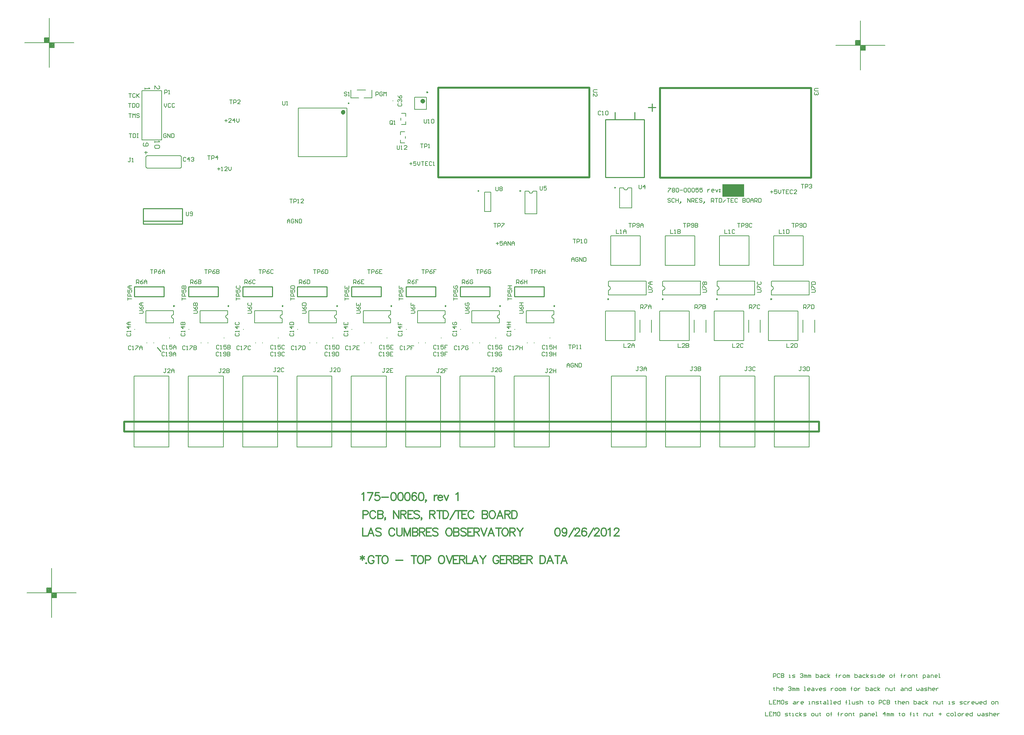
<source format=gto>
%FSLAX23Y23*%
%MOIN*%
G70*
G01*
G75*
G04 Layer_Color=65535*
%ADD10O,0.012X0.071*%
%ADD11O,0.071X0.012*%
%ADD12R,0.012X0.065*%
%ADD13R,0.217X0.120*%
%ADD14R,0.065X0.012*%
%ADD15O,0.098X0.028*%
%ADD16R,0.280X0.100*%
%ADD17R,0.036X0.036*%
%ADD18O,0.014X0.067*%
%ADD19R,0.264X0.383*%
%ADD20R,0.264X0.030*%
%ADD21R,0.039X0.059*%
%ADD22R,0.126X0.071*%
%ADD23R,0.100X0.100*%
%ADD24R,0.050X0.050*%
%ADD25R,0.050X0.050*%
%ADD26C,0.050*%
%ADD27C,0.010*%
%ADD28C,0.025*%
%ADD29C,0.012*%
%ADD30C,0.008*%
%ADD31C,0.012*%
%ADD32C,0.012*%
%ADD33C,0.060*%
%ADD34R,0.060X0.060*%
%ADD35C,0.024*%
%ADD36C,0.070*%
%ADD37C,0.115*%
%ADD38R,0.115X0.115*%
%ADD39C,0.080*%
%ADD40C,0.079*%
%ADD41R,0.079X0.079*%
%ADD42C,0.059*%
%ADD43R,0.059X0.059*%
%ADD44C,0.050*%
%ADD45C,0.020*%
%ADD46C,0.040*%
%ADD47C,0.100*%
G04:AMPARAMS|DCode=48|XSize=90mil|YSize=90mil|CornerRadius=0mil|HoleSize=0mil|Usage=FLASHONLY|Rotation=0.000|XOffset=0mil|YOffset=0mil|HoleType=Round|Shape=Relief|Width=10mil|Gap=10mil|Entries=4|*
%AMTHD48*
7,0,0,0.090,0.070,0.010,45*
%
%ADD48THD48*%
G04:AMPARAMS|DCode=49|XSize=100mil|YSize=100mil|CornerRadius=0mil|HoleSize=0mil|Usage=FLASHONLY|Rotation=0.000|XOffset=0mil|YOffset=0mil|HoleType=Round|Shape=Relief|Width=10mil|Gap=10mil|Entries=4|*
%AMTHD49*
7,0,0,0.100,0.080,0.010,45*
%
%ADD49THD49*%
G04:AMPARAMS|DCode=50|XSize=138mil|YSize=138mil|CornerRadius=0mil|HoleSize=0mil|Usage=FLASHONLY|Rotation=0.000|XOffset=0mil|YOffset=0mil|HoleType=Round|Shape=Relief|Width=10mil|Gap=10mil|Entries=4|*
%AMTHD50*
7,0,0,0.138,0.118,0.010,45*
%
%ADD50THD50*%
%ADD51C,0.118*%
G04:AMPARAMS|DCode=52|XSize=112mil|YSize=112mil|CornerRadius=0mil|HoleSize=0mil|Usage=FLASHONLY|Rotation=0.000|XOffset=0mil|YOffset=0mil|HoleType=Round|Shape=Relief|Width=10mil|Gap=10mil|Entries=4|*
%AMTHD52*
7,0,0,0.112,0.092,0.010,45*
%
%ADD52THD52*%
%ADD53C,0.079*%
%ADD54C,0.075*%
%ADD55C,0.087*%
G04:AMPARAMS|DCode=56|XSize=107.244mil|YSize=107.244mil|CornerRadius=0mil|HoleSize=0mil|Usage=FLASHONLY|Rotation=0.000|XOffset=0mil|YOffset=0mil|HoleType=Round|Shape=Relief|Width=10mil|Gap=10mil|Entries=4|*
%AMTHD56*
7,0,0,0.107,0.087,0.010,45*
%
%ADD56THD56*%
%ADD57C,0.092*%
G04:AMPARAMS|DCode=58|XSize=88mil|YSize=88mil|CornerRadius=0mil|HoleSize=0mil|Usage=FLASHONLY|Rotation=0.000|XOffset=0mil|YOffset=0mil|HoleType=Round|Shape=Relief|Width=10mil|Gap=10mil|Entries=4|*
%AMTHD58*
7,0,0,0.088,0.068,0.010,45*
%
%ADD58THD58*%
G04:AMPARAMS|DCode=59|XSize=70mil|YSize=70mil|CornerRadius=0mil|HoleSize=0mil|Usage=FLASHONLY|Rotation=0.000|XOffset=0mil|YOffset=0mil|HoleType=Round|Shape=Relief|Width=10mil|Gap=10mil|Entries=4|*
%AMTHD59*
7,0,0,0.070,0.050,0.010,45*
%
%ADD59THD59*%
%ADD60C,0.068*%
%ADD61C,0.020*%
%ADD62C,0.054*%
G04:AMPARAMS|DCode=63|XSize=95.433mil|YSize=95.433mil|CornerRadius=0mil|HoleSize=0mil|Usage=FLASHONLY|Rotation=0.000|XOffset=0mil|YOffset=0mil|HoleType=Round|Shape=Relief|Width=10mil|Gap=10mil|Entries=4|*
%AMTHD63*
7,0,0,0.095,0.075,0.010,45*
%
%ADD63THD63*%
%ADD64O,0.079X0.024*%
%ADD65R,0.045X0.017*%
%ADD66C,0.006*%
%ADD67C,0.010*%
%ADD68C,0.024*%
%ADD69C,0.008*%
%ADD70C,0.010*%
%ADD71C,0.005*%
%ADD72C,0.007*%
%ADD73C,0.007*%
%ADD74C,0.020*%
%ADD75R,0.222X0.128*%
D27*
X15101Y11487D02*
X15401D01*
X15101Y11387D02*
Y11487D01*
X15401Y11387D02*
Y11487D01*
X15101Y11387D02*
X15401D01*
X11729Y12126D02*
Y12283D01*
X11335D02*
X11729D01*
X11335Y12126D02*
Y12283D01*
Y12126D02*
Y12156D01*
X11729D01*
X16457Y13307D02*
X16496D01*
Y13268D02*
Y13307D01*
X16535D01*
X16496D02*
Y13346D01*
X11243Y11387D02*
X11543D01*
Y11487D01*
X11243Y11387D02*
Y11487D01*
X11543D01*
X11794D02*
X12094D01*
X11794Y11387D02*
Y11487D01*
X12094Y11387D02*
Y11487D01*
X11794Y11387D02*
X12094D01*
X12345D02*
X12645D01*
Y11487D01*
X12345Y11387D02*
Y11487D01*
X12645D01*
X12896D02*
X13196D01*
X12896Y11387D02*
Y11487D01*
X13196Y11387D02*
Y11487D01*
X12896Y11387D02*
X13196D01*
X13447D02*
X13747D01*
Y11487D01*
X13447Y11387D02*
Y11487D01*
X13747D01*
X13999D02*
X14299D01*
X13999Y11387D02*
Y11487D01*
X14299Y11387D02*
Y11487D01*
X13999Y11387D02*
X14299D01*
X14550D02*
X14850D01*
Y11487D01*
X14550Y11387D02*
Y11487D01*
X14850D01*
X11335Y12126D02*
X11729D01*
X16122Y13187D02*
Y13257D01*
X16319Y13190D02*
Y13257D01*
X16024Y13185D02*
X16417D01*
Y12598D02*
Y13185D01*
X16024Y12598D02*
X16417D01*
X16024D02*
Y13185D01*
X11477Y10873D02*
X11512Y10832D01*
D29*
X13557Y8758D02*
Y8712D01*
X13538Y8747D02*
X13576Y8724D01*
Y8747D02*
X13538Y8724D01*
X13596Y8686D02*
X13592Y8682D01*
X13596Y8678D01*
X13600Y8682D01*
X13596Y8686D01*
X13675Y8739D02*
X13671Y8747D01*
X13663Y8754D01*
X13656Y8758D01*
X13640D01*
X13633Y8754D01*
X13625Y8747D01*
X13621Y8739D01*
X13618Y8728D01*
Y8708D01*
X13621Y8697D01*
X13625Y8689D01*
X13633Y8682D01*
X13640Y8678D01*
X13656D01*
X13663Y8682D01*
X13671Y8689D01*
X13675Y8697D01*
Y8708D01*
X13656D02*
X13675D01*
X13720Y8758D02*
Y8678D01*
X13693Y8758D02*
X13746D01*
X13779D02*
X13771Y8754D01*
X13763Y8747D01*
X13760Y8739D01*
X13756Y8728D01*
Y8708D01*
X13760Y8697D01*
X13763Y8689D01*
X13771Y8682D01*
X13779Y8678D01*
X13794D01*
X13802Y8682D01*
X13809Y8689D01*
X13813Y8697D01*
X13817Y8708D01*
Y8728D01*
X13813Y8739D01*
X13809Y8747D01*
X13802Y8754D01*
X13794Y8758D01*
X13779D01*
X13898Y8712D02*
X13967D01*
X14080Y8758D02*
Y8678D01*
X14053Y8758D02*
X14107D01*
X14139D02*
X14131Y8754D01*
X14124Y8747D01*
X14120Y8739D01*
X14116Y8728D01*
Y8708D01*
X14120Y8697D01*
X14124Y8689D01*
X14131Y8682D01*
X14139Y8678D01*
X14154D01*
X14162Y8682D01*
X14169Y8689D01*
X14173Y8697D01*
X14177Y8708D01*
Y8728D01*
X14173Y8739D01*
X14169Y8747D01*
X14162Y8754D01*
X14154Y8758D01*
X14139D01*
X14196Y8716D02*
X14230D01*
X14241Y8720D01*
X14245Y8724D01*
X14249Y8731D01*
Y8743D01*
X14245Y8750D01*
X14241Y8754D01*
X14230Y8758D01*
X14196D01*
Y8678D01*
X14353Y8758D02*
X14345Y8754D01*
X14337Y8747D01*
X14334Y8739D01*
X14330Y8728D01*
Y8708D01*
X14334Y8697D01*
X14337Y8689D01*
X14345Y8682D01*
X14353Y8678D01*
X14368D01*
X14376Y8682D01*
X14383Y8689D01*
X14387Y8697D01*
X14391Y8708D01*
Y8728D01*
X14387Y8739D01*
X14383Y8747D01*
X14376Y8754D01*
X14368Y8758D01*
X14353D01*
X14409D02*
X14440Y8678D01*
X14470Y8758D02*
X14440Y8678D01*
X14530Y8758D02*
X14481D01*
Y8678D01*
X14530D01*
X14481Y8720D02*
X14511D01*
X14543Y8758D02*
Y8678D01*
Y8758D02*
X14578D01*
X14589Y8754D01*
X14593Y8750D01*
X14597Y8743D01*
Y8735D01*
X14593Y8728D01*
X14589Y8724D01*
X14578Y8720D01*
X14543D01*
X14570D02*
X14597Y8678D01*
X14615Y8758D02*
Y8678D01*
X14660D01*
X14730D02*
X14700Y8758D01*
X14669Y8678D01*
X14681Y8705D02*
X14719D01*
X14749Y8758D02*
X14779Y8720D01*
Y8678D01*
X14810Y8758D02*
X14779Y8720D01*
X14940Y8739D02*
X14936Y8747D01*
X14929Y8754D01*
X14921Y8758D01*
X14906D01*
X14898Y8754D01*
X14890Y8747D01*
X14887Y8739D01*
X14883Y8728D01*
Y8708D01*
X14887Y8697D01*
X14890Y8689D01*
X14898Y8682D01*
X14906Y8678D01*
X14921D01*
X14929Y8682D01*
X14936Y8689D01*
X14940Y8697D01*
Y8708D01*
X14921D02*
X14940D01*
X15008Y8758D02*
X14958D01*
Y8678D01*
X15008D01*
X14958Y8720D02*
X14989D01*
X15021Y8758D02*
Y8678D01*
Y8758D02*
X15055D01*
X15067Y8754D01*
X15071Y8750D01*
X15074Y8743D01*
Y8735D01*
X15071Y8728D01*
X15067Y8724D01*
X15055Y8720D01*
X15021D01*
X15048D02*
X15074Y8678D01*
X15092Y8758D02*
Y8678D01*
Y8758D02*
X15127D01*
X15138Y8754D01*
X15142Y8750D01*
X15146Y8743D01*
Y8735D01*
X15142Y8728D01*
X15138Y8724D01*
X15127Y8720D01*
X15092D02*
X15127D01*
X15138Y8716D01*
X15142Y8712D01*
X15146Y8705D01*
Y8693D01*
X15142Y8686D01*
X15138Y8682D01*
X15127Y8678D01*
X15092D01*
X15213Y8758D02*
X15164D01*
Y8678D01*
X15213D01*
X15164Y8720D02*
X15194D01*
X15226Y8758D02*
Y8678D01*
Y8758D02*
X15261D01*
X15272Y8754D01*
X15276Y8750D01*
X15280Y8743D01*
Y8735D01*
X15276Y8728D01*
X15272Y8724D01*
X15261Y8720D01*
X15226D01*
X15253D02*
X15280Y8678D01*
X15360Y8758D02*
Y8678D01*
Y8758D02*
X15387D01*
X15399Y8754D01*
X15406Y8747D01*
X15410Y8739D01*
X15414Y8728D01*
Y8708D01*
X15410Y8697D01*
X15406Y8689D01*
X15399Y8682D01*
X15387Y8678D01*
X15360D01*
X15493D02*
X15462Y8758D01*
X15432Y8678D01*
X15443Y8705D02*
X15481D01*
X15538Y8758D02*
Y8678D01*
X15511Y8758D02*
X15565D01*
X15635Y8678D02*
X15605Y8758D01*
X15574Y8678D01*
X15586Y8705D02*
X15624D01*
D30*
X11376Y12820D02*
X11366Y12816D01*
X11362Y12806D01*
Y12706D02*
X11366Y12696D01*
X11376Y12692D01*
X11706D02*
X11716Y12696D01*
X11720Y12706D01*
Y12806D02*
X11716Y12816D01*
X11706Y12820D01*
X11376Y12692D02*
X11706D01*
X11376Y12820D02*
X11706D01*
X11362Y12706D02*
Y12806D01*
X11720Y12706D02*
Y12806D01*
X12747Y13372D02*
Y13339D01*
X12753Y13332D01*
X12767D01*
X12773Y13339D01*
Y13372D01*
X12787Y13332D02*
X12800D01*
X12793D01*
Y13372D01*
X12787Y13366D01*
X15121Y11517D02*
Y11557D01*
X15141D01*
X15148Y11551D01*
Y11537D01*
X15141Y11531D01*
X15121D01*
X15134D02*
X15148Y11517D01*
X15188Y11557D02*
X15174Y11551D01*
X15161Y11537D01*
Y11524D01*
X15168Y11517D01*
X15181D01*
X15188Y11524D01*
Y11531D01*
X15181Y11537D01*
X15161D01*
X15201Y11557D02*
Y11517D01*
Y11537D01*
X15228D01*
Y11557D01*
Y11517D01*
X18114Y11432D02*
X18148D01*
X18154Y11439D01*
Y11452D01*
X18148Y11459D01*
X18114D01*
Y11472D02*
Y11499D01*
X18121D01*
X18148Y11472D01*
X18154D01*
X18114Y11512D02*
X18154D01*
Y11532D01*
X18148Y11539D01*
X18121D01*
X18114Y11532D01*
Y11512D01*
X15151Y11219D02*
X15184D01*
X15191Y11226D01*
Y11239D01*
X15184Y11246D01*
X15151D01*
Y11286D02*
X15158Y11273D01*
X15171Y11259D01*
X15184D01*
X15191Y11266D01*
Y11279D01*
X15184Y11286D01*
X15178D01*
X15171Y11279D01*
Y11259D01*
X15151Y11299D02*
X15191D01*
X15171D01*
Y11326D01*
X15151D01*
X15191D01*
X15359Y12509D02*
Y12476D01*
X15365Y12469D01*
X15379D01*
X15385Y12476D01*
Y12509D01*
X15425D02*
X15399D01*
Y12489D01*
X15412Y12496D01*
X15419D01*
X15425Y12489D01*
Y12476D01*
X15419Y12469D01*
X15405D01*
X15399Y12476D01*
X16365Y12523D02*
Y12490D01*
X16371Y12483D01*
X16385D01*
X16391Y12490D01*
Y12523D01*
X16425Y12483D02*
Y12523D01*
X16405Y12503D01*
X16431D01*
X11769Y12249D02*
Y12216D01*
X11775Y12209D01*
X11789D01*
X11795Y12216D01*
Y12249D01*
X11809Y12216D02*
X11815Y12209D01*
X11829D01*
X11835Y12216D01*
Y12243D01*
X11829Y12249D01*
X11815D01*
X11809Y12243D01*
Y12236D01*
X11815Y12229D01*
X11835D01*
X18183Y13502D02*
X18149D01*
X18143Y13496D01*
Y13482D01*
X18149Y13476D01*
X18183D01*
X18176Y13462D02*
X18183Y13456D01*
Y13442D01*
X18176Y13436D01*
X18169D01*
X18163Y13442D01*
Y13449D01*
Y13442D01*
X18156Y13436D01*
X18149D01*
X18143Y13442D01*
Y13456D01*
X18149Y13462D01*
X14912Y12502D02*
Y12469D01*
X14918Y12462D01*
X14932D01*
X14938Y12469D01*
Y12502D01*
X14952Y12496D02*
X14958Y12502D01*
X14972D01*
X14978Y12496D01*
Y12489D01*
X14972Y12482D01*
X14978Y12476D01*
Y12469D01*
X14972Y12462D01*
X14958D01*
X14952Y12469D01*
Y12476D01*
X14958Y12482D01*
X14952Y12489D01*
Y12496D01*
X14958Y12482D02*
X14972D01*
X17864Y10912D02*
Y10872D01*
X17891D01*
X17931D02*
X17904D01*
X17931Y10899D01*
Y10906D01*
X17924Y10912D01*
X17911D01*
X17904Y10906D01*
X17944Y10912D02*
Y10872D01*
X17964D01*
X17971Y10879D01*
Y10906D01*
X17964Y10912D01*
X17944D01*
X13863Y13143D02*
Y13170D01*
X13857Y13176D01*
X13843D01*
X13837Y13170D01*
Y13143D01*
X13843Y13136D01*
X13857D01*
X13850Y13150D02*
X13863Y13136D01*
X13857D02*
X13863Y13143D01*
X13877Y13136D02*
X13890D01*
X13883D01*
Y13176D01*
X13877Y13170D01*
X14184Y13189D02*
Y13156D01*
X14190Y13149D01*
X14204D01*
X14210Y13156D01*
Y13189D01*
X14224Y13149D02*
X14237D01*
X14230D01*
Y13189D01*
X14224Y13183D01*
X14257D02*
X14264Y13189D01*
X14277D01*
X14284Y13183D01*
Y13156D01*
X14277Y13149D01*
X14264D01*
X14257Y13156D01*
Y13183D01*
X11208Y12796D02*
X11194D01*
X11201D01*
Y12763D01*
X11194Y12756D01*
X11188D01*
X11181Y12763D01*
X11221Y12756D02*
X11234D01*
X11228D01*
Y12796D01*
X11221Y12789D01*
X15441Y10656D02*
X15428D01*
X15435D01*
Y10622D01*
X15428Y10616D01*
X15421D01*
X15415Y10622D01*
X15481Y10616D02*
X15455D01*
X15481Y10642D01*
Y10649D01*
X15475Y10656D01*
X15461D01*
X15455Y10649D01*
X15495Y10656D02*
Y10616D01*
Y10636D01*
X15521D01*
Y10656D01*
Y10616D01*
X18014Y10676D02*
X18001D01*
X18007D01*
Y10643D01*
X18001Y10636D01*
X17994D01*
X17987Y10643D01*
X18027Y10670D02*
X18034Y10676D01*
X18047D01*
X18054Y10670D01*
Y10663D01*
X18047Y10656D01*
X18041D01*
X18047D01*
X18054Y10650D01*
Y10643D01*
X18047Y10636D01*
X18034D01*
X18027Y10643D01*
X18067Y10676D02*
Y10636D01*
X18087D01*
X18094Y10643D01*
Y10670D01*
X18087Y10676D01*
X18067D01*
X11552Y13445D02*
Y13485D01*
X11572D01*
X11578Y13479D01*
Y13465D01*
X11572Y13459D01*
X11552D01*
X11592Y13445D02*
X11605D01*
X11598D01*
Y13485D01*
X11592Y13479D01*
X11449Y12967D02*
Y12951D01*
Y12959D01*
X11499D01*
X11490Y12967D01*
Y12926D02*
X11499Y12917D01*
Y12901D01*
X11490Y12892D01*
X11457D01*
X11449Y12901D01*
Y12917D01*
X11457Y12926D01*
X11490D01*
X11342Y12948D02*
X11334Y12940D01*
Y12923D01*
X11342Y12915D01*
X11375D01*
X11384Y12923D01*
Y12940D01*
X11375Y12948D01*
X11367D01*
X11359Y12940D01*
Y12915D01*
X11349Y13507D02*
Y13491D01*
Y13499D01*
X11399D01*
X11390Y13507D01*
X11449Y13494D02*
Y13527D01*
X11482Y13494D01*
X11490D01*
X11499Y13502D01*
Y13519D01*
X11490Y13527D01*
X13401Y13459D02*
X13395Y13465D01*
X13381D01*
X13375Y13459D01*
Y13452D01*
X13381Y13445D01*
X13395D01*
X13401Y13439D01*
Y13432D01*
X13395Y13425D01*
X13381D01*
X13375Y13432D01*
X13415Y13425D02*
X13428D01*
X13421D01*
Y13465D01*
X13415Y13459D01*
X15977Y13266D02*
X15971Y13272D01*
X15957D01*
X15951Y13266D01*
Y13239D01*
X15957Y13232D01*
X15971D01*
X15977Y13239D01*
X15991Y13232D02*
X16004D01*
X15997D01*
Y13272D01*
X15991Y13266D01*
X16024D02*
X16031Y13272D01*
X16044D01*
X16051Y13266D01*
Y13239D01*
X16044Y13232D01*
X16031D01*
X16024Y13239D01*
Y13266D01*
X18034Y11265D02*
Y11305D01*
X18054D01*
X18061Y11299D01*
Y11285D01*
X18054Y11279D01*
X18034D01*
X18048D02*
X18061Y11265D01*
X18074Y11305D02*
X18101D01*
Y11299D01*
X18074Y11272D01*
Y11265D01*
X18114Y11305D02*
Y11265D01*
X18134D01*
X18141Y11272D01*
Y11299D01*
X18134Y11305D01*
X18114D01*
X12210Y13384D02*
X12237D01*
X12224D01*
Y13344D01*
X12250D02*
Y13384D01*
X12270D01*
X12277Y13377D01*
Y13364D01*
X12270Y13357D01*
X12250D01*
X12317Y13344D02*
X12290D01*
X12317Y13370D01*
Y13377D01*
X12310Y13384D01*
X12297D01*
X12290Y13377D01*
X13909Y12921D02*
Y12888D01*
X13915Y12881D01*
X13929D01*
X13935Y12888D01*
Y12921D01*
X13949Y12881D02*
X13962D01*
X13955D01*
Y12921D01*
X13949Y12915D01*
X14009Y12881D02*
X13982D01*
X14009Y12908D01*
Y12915D01*
X14002Y12921D01*
X13989D01*
X13982Y12915D01*
X13923Y13348D02*
X13917Y13341D01*
Y13328D01*
X13923Y13321D01*
X13950D01*
X13957Y13328D01*
Y13341D01*
X13950Y13348D01*
X13923Y13361D02*
X13917Y13368D01*
Y13381D01*
X13923Y13388D01*
X13930D01*
X13937Y13381D01*
Y13375D01*
Y13381D01*
X13943Y13388D01*
X13950D01*
X13957Y13381D01*
Y13368D01*
X13950Y13361D01*
X13917Y13428D02*
X13923Y13415D01*
X13937Y13401D01*
X13950D01*
X13957Y13408D01*
Y13421D01*
X13950Y13428D01*
X13943D01*
X13937Y13421D01*
Y13401D01*
X11172Y11015D02*
X11166Y11008D01*
Y10995D01*
X11172Y10988D01*
X11199D01*
X11206Y10995D01*
Y11008D01*
X11199Y11015D01*
X11206Y11028D02*
Y11042D01*
Y11035D01*
X11166D01*
X11172Y11028D01*
X11206Y11082D02*
X11166D01*
X11186Y11062D01*
Y11088D01*
X11206Y11102D02*
X11179D01*
X11166Y11115D01*
X11179Y11128D01*
X11206D01*
X11186D01*
Y11102D01*
X11724Y11015D02*
X11717Y11008D01*
Y10995D01*
X11724Y10988D01*
X11750D01*
X11757Y10995D01*
Y11008D01*
X11750Y11015D01*
X11757Y11028D02*
Y11042D01*
Y11035D01*
X11717D01*
X11724Y11028D01*
X11757Y11082D02*
X11717D01*
X11737Y11062D01*
Y11088D01*
X11717Y11102D02*
X11757D01*
Y11122D01*
X11750Y11128D01*
X11744D01*
X11737Y11122D01*
Y11102D01*
Y11122D01*
X11730Y11128D01*
X11724D01*
X11717Y11122D01*
Y11102D01*
X12275Y11015D02*
X12268Y11008D01*
Y10995D01*
X12275Y10988D01*
X12301D01*
X12308Y10995D01*
Y11008D01*
X12301Y11015D01*
X12308Y11028D02*
Y11042D01*
Y11035D01*
X12268D01*
X12275Y11028D01*
X12308Y11082D02*
X12268D01*
X12288Y11062D01*
Y11088D01*
X12275Y11128D02*
X12268Y11122D01*
Y11108D01*
X12275Y11102D01*
X12301D01*
X12308Y11108D01*
Y11122D01*
X12301Y11128D01*
X12826Y11015D02*
X12819Y11008D01*
Y10995D01*
X12826Y10988D01*
X12853D01*
X12859Y10995D01*
Y11008D01*
X12853Y11015D01*
X12859Y11028D02*
Y11042D01*
Y11035D01*
X12819D01*
X12826Y11028D01*
X12859Y11082D02*
X12819D01*
X12839Y11062D01*
Y11088D01*
X12819Y11102D02*
X12859D01*
Y11122D01*
X12853Y11128D01*
X12826D01*
X12819Y11122D01*
Y11102D01*
X13377Y11015D02*
X13370Y11008D01*
Y10995D01*
X13377Y10988D01*
X13404D01*
X13410Y10995D01*
Y11008D01*
X13404Y11015D01*
X13410Y11028D02*
Y11042D01*
Y11035D01*
X13370D01*
X13377Y11028D01*
X13410Y11082D02*
X13370D01*
X13390Y11062D01*
Y11088D01*
X13370Y11128D02*
Y11102D01*
X13410D01*
Y11128D01*
X13390Y11102D02*
Y11115D01*
X13928Y11015D02*
X13922Y11008D01*
Y10995D01*
X13928Y10988D01*
X13955D01*
X13962Y10995D01*
Y11008D01*
X13955Y11015D01*
X13962Y11028D02*
Y11042D01*
Y11035D01*
X13922D01*
X13928Y11028D01*
X13962Y11082D02*
X13922D01*
X13942Y11062D01*
Y11088D01*
X13922Y11128D02*
Y11102D01*
X13942D01*
Y11115D01*
Y11102D01*
X13962D01*
X14479Y11015D02*
X14473Y11008D01*
Y10995D01*
X14479Y10988D01*
X14506D01*
X14513Y10995D01*
Y11008D01*
X14506Y11015D01*
X14513Y11028D02*
Y11042D01*
Y11035D01*
X14473D01*
X14479Y11028D01*
X14513Y11082D02*
X14473D01*
X14493Y11062D01*
Y11088D01*
X14479Y11128D02*
X14473Y11122D01*
Y11108D01*
X14479Y11102D01*
X14506D01*
X14513Y11108D01*
Y11122D01*
X14506Y11128D01*
X14493D01*
Y11115D01*
X15031Y11015D02*
X15024Y11008D01*
Y10995D01*
X15031Y10988D01*
X15057D01*
X15064Y10995D01*
Y11008D01*
X15057Y11015D01*
X15064Y11028D02*
Y11042D01*
Y11035D01*
X15024D01*
X15031Y11028D01*
X15064Y11082D02*
X15024D01*
X15044Y11062D01*
Y11088D01*
X15024Y11102D02*
X15064D01*
X15044D01*
Y11128D01*
X15024D01*
X15064D01*
X11552Y10889D02*
X11546Y10895D01*
X11532D01*
X11526Y10889D01*
Y10862D01*
X11532Y10855D01*
X11546D01*
X11552Y10862D01*
X11566Y10855D02*
X11579D01*
X11572D01*
Y10895D01*
X11566Y10889D01*
X11626Y10895D02*
X11599D01*
Y10875D01*
X11612Y10882D01*
X11619D01*
X11626Y10875D01*
Y10862D01*
X11619Y10855D01*
X11606D01*
X11599Y10862D01*
X11639Y10855D02*
Y10882D01*
X11652Y10895D01*
X11666Y10882D01*
Y10855D01*
Y10875D01*
X11639D01*
X12104Y10889D02*
X12097Y10895D01*
X12084D01*
X12077Y10889D01*
Y10862D01*
X12084Y10855D01*
X12097D01*
X12104Y10862D01*
X12117Y10855D02*
X12130D01*
X12124D01*
Y10895D01*
X12117Y10889D01*
X12177Y10895D02*
X12150D01*
Y10875D01*
X12164Y10882D01*
X12170D01*
X12177Y10875D01*
Y10862D01*
X12170Y10855D01*
X12157D01*
X12150Y10862D01*
X12190Y10895D02*
Y10855D01*
X12210D01*
X12217Y10862D01*
Y10869D01*
X12210Y10875D01*
X12190D01*
X12210D01*
X12217Y10882D01*
Y10889D01*
X12210Y10895D01*
X12190D01*
X12655Y10889D02*
X12648Y10895D01*
X12635D01*
X12628Y10889D01*
Y10862D01*
X12635Y10855D01*
X12648D01*
X12655Y10862D01*
X12668Y10855D02*
X12681D01*
X12675D01*
Y10895D01*
X12668Y10889D01*
X12728Y10895D02*
X12701D01*
Y10875D01*
X12715Y10882D01*
X12721D01*
X12728Y10875D01*
Y10862D01*
X12721Y10855D01*
X12708D01*
X12701Y10862D01*
X12768Y10889D02*
X12761Y10895D01*
X12748D01*
X12741Y10889D01*
Y10862D01*
X12748Y10855D01*
X12761D01*
X12768Y10862D01*
X13206Y10889D02*
X13199Y10895D01*
X13186D01*
X13179Y10889D01*
Y10862D01*
X13186Y10855D01*
X13199D01*
X13206Y10862D01*
X13219Y10855D02*
X13233D01*
X13226D01*
Y10895D01*
X13219Y10889D01*
X13279Y10895D02*
X13253D01*
Y10875D01*
X13266Y10882D01*
X13273D01*
X13279Y10875D01*
Y10862D01*
X13273Y10855D01*
X13259D01*
X13253Y10862D01*
X13293Y10895D02*
Y10855D01*
X13313D01*
X13319Y10862D01*
Y10889D01*
X13313Y10895D01*
X13293D01*
X13757Y10889D02*
X13750Y10895D01*
X13737D01*
X13730Y10889D01*
Y10862D01*
X13737Y10855D01*
X13750D01*
X13757Y10862D01*
X13770Y10855D02*
X13784D01*
X13777D01*
Y10895D01*
X13770Y10889D01*
X13830Y10895D02*
X13804D01*
Y10875D01*
X13817Y10882D01*
X13824D01*
X13830Y10875D01*
Y10862D01*
X13824Y10855D01*
X13810D01*
X13804Y10862D01*
X13870Y10895D02*
X13844D01*
Y10855D01*
X13870D01*
X13844Y10875D02*
X13857D01*
X14308Y10889D02*
X14302Y10895D01*
X14288D01*
X14282Y10889D01*
Y10862D01*
X14288Y10855D01*
X14302D01*
X14308Y10862D01*
X14322Y10855D02*
X14335D01*
X14328D01*
Y10895D01*
X14322Y10889D01*
X14382Y10895D02*
X14355D01*
Y10875D01*
X14368Y10882D01*
X14375D01*
X14382Y10875D01*
Y10862D01*
X14375Y10855D01*
X14362D01*
X14355Y10862D01*
X14422Y10895D02*
X14395D01*
Y10875D01*
X14408D01*
X14395D01*
Y10855D01*
X14859Y10889D02*
X14853Y10895D01*
X14839D01*
X14833Y10889D01*
Y10862D01*
X14839Y10855D01*
X14853D01*
X14859Y10862D01*
X14873Y10855D02*
X14886D01*
X14879D01*
Y10895D01*
X14873Y10889D01*
X14933Y10895D02*
X14906D01*
Y10875D01*
X14919Y10882D01*
X14926D01*
X14933Y10875D01*
Y10862D01*
X14926Y10855D01*
X14913D01*
X14906Y10862D01*
X14973Y10889D02*
X14966Y10895D01*
X14953D01*
X14946Y10889D01*
Y10862D01*
X14953Y10855D01*
X14966D01*
X14973Y10862D01*
Y10875D01*
X14959D01*
X15411Y10889D02*
X15404Y10895D01*
X15391D01*
X15384Y10889D01*
Y10862D01*
X15391Y10855D01*
X15404D01*
X15411Y10862D01*
X15424Y10855D02*
X15437D01*
X15431D01*
Y10895D01*
X15424Y10889D01*
X15484Y10895D02*
X15457D01*
Y10875D01*
X15471Y10882D01*
X15477D01*
X15484Y10875D01*
Y10862D01*
X15477Y10855D01*
X15464D01*
X15457Y10862D01*
X15497Y10895D02*
Y10855D01*
Y10875D01*
X15524D01*
Y10895D01*
Y10855D01*
X11209Y10883D02*
X11203Y10889D01*
X11189D01*
X11183Y10883D01*
Y10856D01*
X11189Y10849D01*
X11203D01*
X11209Y10856D01*
X11223Y10849D02*
X11236D01*
X11229D01*
Y10889D01*
X11223Y10883D01*
X11256Y10889D02*
X11283D01*
Y10883D01*
X11256Y10856D01*
Y10849D01*
X11296D02*
Y10876D01*
X11309Y10889D01*
X11323Y10876D01*
Y10849D01*
Y10869D01*
X11296D01*
X11761Y10883D02*
X11754Y10889D01*
X11741D01*
X11734Y10883D01*
Y10856D01*
X11741Y10849D01*
X11754D01*
X11761Y10856D01*
X11774Y10849D02*
X11787D01*
X11781D01*
Y10889D01*
X11774Y10883D01*
X11807Y10889D02*
X11834D01*
Y10883D01*
X11807Y10856D01*
Y10849D01*
X11847Y10889D02*
Y10849D01*
X11867D01*
X11874Y10856D01*
Y10863D01*
X11867Y10869D01*
X11847D01*
X11867D01*
X11874Y10876D01*
Y10883D01*
X11867Y10889D01*
X11847D01*
X12312Y10883D02*
X12305Y10889D01*
X12292D01*
X12285Y10883D01*
Y10856D01*
X12292Y10849D01*
X12305D01*
X12312Y10856D01*
X12325Y10849D02*
X12338D01*
X12332D01*
Y10889D01*
X12325Y10883D01*
X12358Y10889D02*
X12385D01*
Y10883D01*
X12358Y10856D01*
Y10849D01*
X12425Y10883D02*
X12418Y10889D01*
X12405D01*
X12398Y10883D01*
Y10856D01*
X12405Y10849D01*
X12418D01*
X12425Y10856D01*
X12863Y10883D02*
X12856Y10889D01*
X12843D01*
X12836Y10883D01*
Y10856D01*
X12843Y10849D01*
X12856D01*
X12863Y10856D01*
X12876Y10849D02*
X12890D01*
X12883D01*
Y10889D01*
X12876Y10883D01*
X12910Y10889D02*
X12936D01*
Y10883D01*
X12910Y10856D01*
Y10849D01*
X12950Y10889D02*
Y10849D01*
X12970D01*
X12976Y10856D01*
Y10883D01*
X12970Y10889D01*
X12950D01*
X13414Y10883D02*
X13407Y10889D01*
X13394D01*
X13387Y10883D01*
Y10856D01*
X13394Y10849D01*
X13407D01*
X13414Y10856D01*
X13427Y10849D02*
X13441D01*
X13434D01*
Y10889D01*
X13427Y10883D01*
X13461Y10889D02*
X13487D01*
Y10883D01*
X13461Y10856D01*
Y10849D01*
X13527Y10889D02*
X13501D01*
Y10849D01*
X13527D01*
X13501Y10869D02*
X13514D01*
X13965Y10883D02*
X13959Y10889D01*
X13945D01*
X13939Y10883D01*
Y10856D01*
X13945Y10849D01*
X13959D01*
X13965Y10856D01*
X13979Y10849D02*
X13992D01*
X13985D01*
Y10889D01*
X13979Y10883D01*
X14012Y10889D02*
X14039D01*
Y10883D01*
X14012Y10856D01*
Y10849D01*
X14079Y10889D02*
X14052D01*
Y10869D01*
X14065D01*
X14052D01*
Y10849D01*
X14516Y10883D02*
X14510Y10889D01*
X14496D01*
X14490Y10883D01*
Y10856D01*
X14496Y10849D01*
X14510D01*
X14516Y10856D01*
X14530Y10849D02*
X14543D01*
X14536D01*
Y10889D01*
X14530Y10883D01*
X14563Y10889D02*
X14590D01*
Y10883D01*
X14563Y10856D01*
Y10849D01*
X14630Y10883D02*
X14623Y10889D01*
X14610D01*
X14603Y10883D01*
Y10856D01*
X14610Y10849D01*
X14623D01*
X14630Y10856D01*
Y10869D01*
X14616D01*
X15068Y10883D02*
X15061Y10889D01*
X15048D01*
X15041Y10883D01*
Y10856D01*
X15048Y10849D01*
X15061D01*
X15068Y10856D01*
X15081Y10849D02*
X15094D01*
X15088D01*
Y10889D01*
X15081Y10883D01*
X15114Y10889D02*
X15141D01*
Y10883D01*
X15114Y10856D01*
Y10849D01*
X15154Y10889D02*
Y10849D01*
Y10869D01*
X15181D01*
Y10889D01*
Y10849D01*
X11550Y10819D02*
X11544Y10825D01*
X11530D01*
X11524Y10819D01*
Y10792D01*
X11530Y10785D01*
X11544D01*
X11550Y10792D01*
X11564Y10785D02*
X11577D01*
X11570D01*
Y10825D01*
X11564Y10819D01*
X11597Y10792D02*
X11604Y10785D01*
X11617D01*
X11624Y10792D01*
Y10819D01*
X11617Y10825D01*
X11604D01*
X11597Y10819D01*
Y10812D01*
X11604Y10805D01*
X11624D01*
X11637Y10785D02*
Y10812D01*
X11650Y10825D01*
X11664Y10812D01*
Y10785D01*
Y10805D01*
X11637D01*
X12102Y10819D02*
X12095Y10825D01*
X12082D01*
X12075Y10819D01*
Y10792D01*
X12082Y10785D01*
X12095D01*
X12102Y10792D01*
X12115Y10785D02*
X12128D01*
X12122D01*
Y10825D01*
X12115Y10819D01*
X12148Y10792D02*
X12155Y10785D01*
X12168D01*
X12175Y10792D01*
Y10819D01*
X12168Y10825D01*
X12155D01*
X12148Y10819D01*
Y10812D01*
X12155Y10805D01*
X12175D01*
X12188Y10825D02*
Y10785D01*
X12208D01*
X12215Y10792D01*
Y10799D01*
X12208Y10805D01*
X12188D01*
X12208D01*
X12215Y10812D01*
Y10819D01*
X12208Y10825D01*
X12188D01*
X12653Y10819D02*
X12646Y10825D01*
X12633D01*
X12626Y10819D01*
Y10792D01*
X12633Y10785D01*
X12646D01*
X12653Y10792D01*
X12666Y10785D02*
X12679D01*
X12673D01*
Y10825D01*
X12666Y10819D01*
X12699Y10792D02*
X12706Y10785D01*
X12719D01*
X12726Y10792D01*
Y10819D01*
X12719Y10825D01*
X12706D01*
X12699Y10819D01*
Y10812D01*
X12706Y10805D01*
X12726D01*
X12766Y10819D02*
X12759Y10825D01*
X12746D01*
X12739Y10819D01*
Y10792D01*
X12746Y10785D01*
X12759D01*
X12766Y10792D01*
X13204Y10819D02*
X13197Y10825D01*
X13184D01*
X13177Y10819D01*
Y10792D01*
X13184Y10785D01*
X13197D01*
X13204Y10792D01*
X13217Y10785D02*
X13231D01*
X13224D01*
Y10825D01*
X13217Y10819D01*
X13251Y10792D02*
X13257Y10785D01*
X13271D01*
X13277Y10792D01*
Y10819D01*
X13271Y10825D01*
X13257D01*
X13251Y10819D01*
Y10812D01*
X13257Y10805D01*
X13277D01*
X13291Y10825D02*
Y10785D01*
X13311D01*
X13317Y10792D01*
Y10819D01*
X13311Y10825D01*
X13291D01*
X13755Y10819D02*
X13748Y10825D01*
X13735D01*
X13728Y10819D01*
Y10792D01*
X13735Y10785D01*
X13748D01*
X13755Y10792D01*
X13768Y10785D02*
X13782D01*
X13775D01*
Y10825D01*
X13768Y10819D01*
X13802Y10792D02*
X13808Y10785D01*
X13822D01*
X13828Y10792D01*
Y10819D01*
X13822Y10825D01*
X13808D01*
X13802Y10819D01*
Y10812D01*
X13808Y10805D01*
X13828D01*
X13868Y10825D02*
X13842D01*
Y10785D01*
X13868D01*
X13842Y10805D02*
X13855D01*
X14306Y10819D02*
X14300Y10825D01*
X14286D01*
X14280Y10819D01*
Y10792D01*
X14286Y10785D01*
X14300D01*
X14306Y10792D01*
X14320Y10785D02*
X14333D01*
X14326D01*
Y10825D01*
X14320Y10819D01*
X14353Y10792D02*
X14360Y10785D01*
X14373D01*
X14380Y10792D01*
Y10819D01*
X14373Y10825D01*
X14360D01*
X14353Y10819D01*
Y10812D01*
X14360Y10805D01*
X14380D01*
X14420Y10825D02*
X14393D01*
Y10805D01*
X14406D01*
X14393D01*
Y10785D01*
X14857Y10819D02*
X14851Y10825D01*
X14837D01*
X14831Y10819D01*
Y10792D01*
X14837Y10785D01*
X14851D01*
X14857Y10792D01*
X14871Y10785D02*
X14884D01*
X14877D01*
Y10825D01*
X14871Y10819D01*
X14904Y10792D02*
X14911Y10785D01*
X14924D01*
X14931Y10792D01*
Y10819D01*
X14924Y10825D01*
X14911D01*
X14904Y10819D01*
Y10812D01*
X14911Y10805D01*
X14931D01*
X14971Y10819D02*
X14964Y10825D01*
X14951D01*
X14944Y10819D01*
Y10792D01*
X14951Y10785D01*
X14964D01*
X14971Y10792D01*
Y10805D01*
X14957D01*
X15409Y10819D02*
X15402Y10825D01*
X15389D01*
X15382Y10819D01*
Y10792D01*
X15389Y10785D01*
X15402D01*
X15409Y10792D01*
X15422Y10785D02*
X15435D01*
X15429D01*
Y10825D01*
X15422Y10819D01*
X15455Y10792D02*
X15462Y10785D01*
X15475D01*
X15482Y10792D01*
Y10819D01*
X15475Y10825D01*
X15462D01*
X15455Y10819D01*
Y10812D01*
X15462Y10805D01*
X15482D01*
X15495Y10825D02*
Y10785D01*
Y10805D01*
X15522D01*
Y10825D01*
Y10785D01*
X11567Y10656D02*
X11554D01*
X11561D01*
Y10622D01*
X11554Y10616D01*
X11547D01*
X11541Y10622D01*
X11607Y10616D02*
X11581D01*
X11607Y10642D01*
Y10649D01*
X11601Y10656D01*
X11587D01*
X11581Y10649D01*
X11621Y10616D02*
Y10642D01*
X11634Y10656D01*
X11647Y10642D01*
Y10616D01*
Y10636D01*
X11621D01*
X12126Y10656D02*
X12113D01*
X12120D01*
Y10622D01*
X12113Y10616D01*
X12106D01*
X12100Y10622D01*
X12166Y10616D02*
X12140D01*
X12166Y10642D01*
Y10649D01*
X12160Y10656D01*
X12146D01*
X12140Y10649D01*
X12180Y10656D02*
Y10616D01*
X12200D01*
X12206Y10622D01*
Y10629D01*
X12200Y10636D01*
X12180D01*
X12200D01*
X12206Y10642D01*
Y10649D01*
X12200Y10656D01*
X12180D01*
X12681Y10664D02*
X12668D01*
X12675D01*
Y10630D01*
X12668Y10624D01*
X12661D01*
X12655Y10630D01*
X12721Y10624D02*
X12695D01*
X12721Y10650D01*
Y10657D01*
X12715Y10664D01*
X12701D01*
X12695Y10657D01*
X12761D02*
X12755Y10664D01*
X12741D01*
X12735Y10657D01*
Y10630D01*
X12741Y10624D01*
X12755D01*
X12761Y10630D01*
X13252Y10664D02*
X13239D01*
X13246D01*
Y10630D01*
X13239Y10624D01*
X13232D01*
X13226Y10630D01*
X13292Y10624D02*
X13266D01*
X13292Y10650D01*
Y10657D01*
X13286Y10664D01*
X13272D01*
X13266Y10657D01*
X13306Y10664D02*
Y10624D01*
X13326D01*
X13332Y10630D01*
Y10657D01*
X13326Y10664D01*
X13306D01*
X13788Y10660D02*
X13774D01*
X13781D01*
Y10626D01*
X13774Y10620D01*
X13768D01*
X13761Y10626D01*
X13828Y10620D02*
X13801D01*
X13828Y10646D01*
Y10653D01*
X13821Y10660D01*
X13808D01*
X13801Y10653D01*
X13868Y10660D02*
X13841D01*
Y10620D01*
X13868D01*
X13841Y10640D02*
X13854D01*
X14339Y10656D02*
X14326D01*
X14332D01*
Y10622D01*
X14326Y10616D01*
X14319D01*
X14312Y10622D01*
X14379Y10616D02*
X14352D01*
X14379Y10642D01*
Y10649D01*
X14372Y10656D01*
X14359D01*
X14352Y10649D01*
X14419Y10656D02*
X14392D01*
Y10636D01*
X14406D01*
X14392D01*
Y10616D01*
X14890Y10664D02*
X14877D01*
X14883D01*
Y10630D01*
X14877Y10624D01*
X14870D01*
X14863Y10630D01*
X14930Y10624D02*
X14903D01*
X14930Y10650D01*
Y10657D01*
X14923Y10664D01*
X14910D01*
X14903Y10657D01*
X14970D02*
X14963Y10664D01*
X14950D01*
X14943Y10657D01*
Y10630D01*
X14950Y10624D01*
X14963D01*
X14970Y10630D01*
Y10644D01*
X14957D01*
X16361Y10676D02*
X16347D01*
X16354D01*
Y10643D01*
X16347Y10636D01*
X16341D01*
X16334Y10643D01*
X16374Y10670D02*
X16380Y10676D01*
X16394D01*
X16400Y10670D01*
Y10663D01*
X16394Y10656D01*
X16387D01*
X16394D01*
X16400Y10650D01*
Y10643D01*
X16394Y10636D01*
X16380D01*
X16374Y10643D01*
X16414Y10636D02*
Y10663D01*
X16427Y10676D01*
X16440Y10663D01*
Y10636D01*
Y10656D01*
X16414D01*
X16912Y10676D02*
X16898D01*
X16905D01*
Y10643D01*
X16898Y10636D01*
X16892D01*
X16885Y10643D01*
X16925Y10670D02*
X16932Y10676D01*
X16945D01*
X16952Y10670D01*
Y10663D01*
X16945Y10656D01*
X16938D01*
X16945D01*
X16952Y10650D01*
Y10643D01*
X16945Y10636D01*
X16932D01*
X16925Y10643D01*
X16965Y10676D02*
Y10636D01*
X16985D01*
X16992Y10643D01*
Y10650D01*
X16985Y10656D01*
X16965D01*
X16985D01*
X16992Y10663D01*
Y10670D01*
X16985Y10676D01*
X16965D01*
X17463D02*
X17450D01*
X17456D01*
Y10643D01*
X17450Y10636D01*
X17443D01*
X17436Y10643D01*
X17476Y10670D02*
X17483Y10676D01*
X17496D01*
X17503Y10670D01*
Y10663D01*
X17496Y10656D01*
X17490D01*
X17496D01*
X17503Y10650D01*
Y10643D01*
X17496Y10636D01*
X17483D01*
X17476Y10643D01*
X17543Y10670D02*
X17536Y10676D01*
X17523D01*
X17516Y10670D01*
Y10643D01*
X17523Y10636D01*
X17536D01*
X17543Y10643D01*
X16133Y12069D02*
Y12029D01*
X16160D01*
X16173D02*
X16186D01*
X16179D01*
Y12069D01*
X16173Y12063D01*
X16206Y12029D02*
Y12056D01*
X16219Y12069D01*
X16233Y12056D01*
Y12029D01*
Y12049D01*
X16206D01*
X16684Y12069D02*
Y12029D01*
X16711D01*
X16724D02*
X16737D01*
X16731D01*
Y12069D01*
X16724Y12063D01*
X16757Y12069D02*
Y12029D01*
X16777D01*
X16784Y12036D01*
Y12043D01*
X16777Y12049D01*
X16757D01*
X16777D01*
X16784Y12056D01*
Y12063D01*
X16777Y12069D01*
X16757D01*
X17235D02*
Y12029D01*
X17262D01*
X17275D02*
X17289D01*
X17282D01*
Y12069D01*
X17275Y12063D01*
X17335D02*
X17329Y12069D01*
X17315D01*
X17309Y12063D01*
Y12036D01*
X17315Y12029D01*
X17329D01*
X17335Y12036D01*
X17786Y12069D02*
Y12029D01*
X17813D01*
X17826D02*
X17840D01*
X17833D01*
Y12069D01*
X17826Y12063D01*
X17860Y12069D02*
Y12029D01*
X17880D01*
X17886Y12036D01*
Y12063D01*
X17880Y12069D01*
X17860D01*
X16211Y10912D02*
Y10872D01*
X16237D01*
X16277D02*
X16251D01*
X16277Y10899D01*
Y10906D01*
X16271Y10912D01*
X16257D01*
X16251Y10906D01*
X16291Y10872D02*
Y10899D01*
X16304Y10912D01*
X16317Y10899D01*
Y10872D01*
Y10892D01*
X16291D01*
X16762Y10912D02*
Y10872D01*
X16789D01*
X16829D02*
X16802D01*
X16829Y10899D01*
Y10906D01*
X16822Y10912D01*
X16809D01*
X16802Y10906D01*
X16842Y10912D02*
Y10872D01*
X16862D01*
X16869Y10879D01*
Y10886D01*
X16862Y10892D01*
X16842D01*
X16862D01*
X16869Y10899D01*
Y10906D01*
X16862Y10912D01*
X16842D01*
X17313D02*
Y10872D01*
X17340D01*
X17380D02*
X17353D01*
X17380Y10899D01*
Y10906D01*
X17373Y10912D01*
X17360D01*
X17353Y10906D01*
X17420D02*
X17413Y10912D01*
X17400D01*
X17393Y10906D01*
Y10879D01*
X17400Y10872D01*
X17413D01*
X17420Y10879D01*
X11263Y11517D02*
Y11557D01*
X11283D01*
X11289Y11551D01*
Y11537D01*
X11283Y11531D01*
X11263D01*
X11276D02*
X11289Y11517D01*
X11329Y11557D02*
X11316Y11551D01*
X11303Y11537D01*
Y11524D01*
X11309Y11517D01*
X11323D01*
X11329Y11524D01*
Y11531D01*
X11323Y11537D01*
X11303D01*
X11343Y11517D02*
Y11544D01*
X11356Y11557D01*
X11369Y11544D01*
Y11517D01*
Y11537D01*
X11343D01*
X11814Y11517D02*
Y11557D01*
X11834D01*
X11841Y11551D01*
Y11537D01*
X11834Y11531D01*
X11814D01*
X11827D02*
X11841Y11517D01*
X11881Y11557D02*
X11867Y11551D01*
X11854Y11537D01*
Y11524D01*
X11861Y11517D01*
X11874D01*
X11881Y11524D01*
Y11531D01*
X11874Y11537D01*
X11854D01*
X11894Y11557D02*
Y11517D01*
X11914D01*
X11921Y11524D01*
Y11531D01*
X11914Y11537D01*
X11894D01*
X11914D01*
X11921Y11544D01*
Y11551D01*
X11914Y11557D01*
X11894D01*
X12365Y11517D02*
Y11557D01*
X12385D01*
X12392Y11551D01*
Y11537D01*
X12385Y11531D01*
X12365D01*
X12378D02*
X12392Y11517D01*
X12432Y11557D02*
X12418Y11551D01*
X12405Y11537D01*
Y11524D01*
X12412Y11517D01*
X12425D01*
X12432Y11524D01*
Y11531D01*
X12425Y11537D01*
X12405D01*
X12472Y11551D02*
X12465Y11557D01*
X12452D01*
X12445Y11551D01*
Y11524D01*
X12452Y11517D01*
X12465D01*
X12472Y11524D01*
X12916Y11517D02*
Y11557D01*
X12936D01*
X12943Y11551D01*
Y11537D01*
X12936Y11531D01*
X12916D01*
X12930D02*
X12943Y11517D01*
X12983Y11557D02*
X12970Y11551D01*
X12956Y11537D01*
Y11524D01*
X12963Y11517D01*
X12976D01*
X12983Y11524D01*
Y11531D01*
X12976Y11537D01*
X12956D01*
X12996Y11557D02*
Y11517D01*
X13016D01*
X13023Y11524D01*
Y11551D01*
X13016Y11557D01*
X12996D01*
X13467Y11517D02*
Y11557D01*
X13487D01*
X13494Y11551D01*
Y11537D01*
X13487Y11531D01*
X13467D01*
X13481D02*
X13494Y11517D01*
X13534Y11557D02*
X13521Y11551D01*
X13507Y11537D01*
Y11524D01*
X13514Y11517D01*
X13527D01*
X13534Y11524D01*
Y11531D01*
X13527Y11537D01*
X13507D01*
X13574Y11557D02*
X13547D01*
Y11517D01*
X13574D01*
X13547Y11537D02*
X13561D01*
X14019Y11517D02*
Y11557D01*
X14039D01*
X14045Y11551D01*
Y11537D01*
X14039Y11531D01*
X14019D01*
X14032D02*
X14045Y11517D01*
X14085Y11557D02*
X14072Y11551D01*
X14059Y11537D01*
Y11524D01*
X14065Y11517D01*
X14079D01*
X14085Y11524D01*
Y11531D01*
X14079Y11537D01*
X14059D01*
X14125Y11557D02*
X14099D01*
Y11537D01*
X14112D01*
X14099D01*
Y11517D01*
X14570D02*
Y11557D01*
X14590D01*
X14596Y11551D01*
Y11537D01*
X14590Y11531D01*
X14570D01*
X14583D02*
X14596Y11517D01*
X14636Y11557D02*
X14623Y11551D01*
X14610Y11537D01*
Y11524D01*
X14616Y11517D01*
X14630D01*
X14636Y11524D01*
Y11531D01*
X14630Y11537D01*
X14610D01*
X14676Y11551D02*
X14670Y11557D01*
X14656D01*
X14650Y11551D01*
Y11524D01*
X14656Y11517D01*
X14670D01*
X14676Y11524D01*
Y11537D01*
X14663D01*
X16381Y11265D02*
Y11305D01*
X16401D01*
X16407Y11299D01*
Y11285D01*
X16401Y11279D01*
X16381D01*
X16394D02*
X16407Y11265D01*
X16421Y11305D02*
X16447D01*
Y11299D01*
X16421Y11272D01*
Y11265D01*
X16461D02*
Y11292D01*
X16474Y11305D01*
X16487Y11292D01*
Y11265D01*
Y11285D01*
X16461D01*
X16932Y11265D02*
Y11305D01*
X16952D01*
X16959Y11299D01*
Y11285D01*
X16952Y11279D01*
X16932D01*
X16945D02*
X16959Y11265D01*
X16972Y11305D02*
X16999D01*
Y11299D01*
X16972Y11272D01*
Y11265D01*
X17012Y11305D02*
Y11265D01*
X17032D01*
X17039Y11272D01*
Y11279D01*
X17032Y11285D01*
X17012D01*
X17032D01*
X17039Y11292D01*
Y11299D01*
X17032Y11305D01*
X17012D01*
X17483Y11265D02*
Y11305D01*
X17503D01*
X17510Y11299D01*
Y11285D01*
X17503Y11279D01*
X17483D01*
X17497D02*
X17510Y11265D01*
X17523Y11305D02*
X17550D01*
Y11299D01*
X17523Y11272D01*
Y11265D01*
X17590Y11299D02*
X17583Y11305D01*
X17570D01*
X17563Y11299D01*
Y11272D01*
X17570Y11265D01*
X17583D01*
X17590Y11272D01*
X14147Y12939D02*
X14174D01*
X14161D01*
Y12899D01*
X14187D02*
Y12939D01*
X14207D01*
X14214Y12932D01*
Y12919D01*
X14207Y12912D01*
X14187D01*
X14227Y12899D02*
X14241D01*
X14234D01*
Y12939D01*
X14227Y12932D01*
X18011Y12530D02*
X18038D01*
X18025D01*
Y12490D01*
X18051D02*
Y12530D01*
X18071D01*
X18078Y12523D01*
Y12510D01*
X18071Y12503D01*
X18051D01*
X18091Y12523D02*
X18098Y12530D01*
X18111D01*
X18118Y12523D01*
Y12516D01*
X18111Y12510D01*
X18105D01*
X18111D01*
X18118Y12503D01*
Y12496D01*
X18111Y12490D01*
X18098D01*
X18091Y12496D01*
X16262Y12132D02*
X16288D01*
X16275D01*
Y12092D01*
X16302D02*
Y12132D01*
X16322D01*
X16328Y12126D01*
Y12112D01*
X16322Y12106D01*
X16302D01*
X16342Y12099D02*
X16348Y12092D01*
X16362D01*
X16368Y12099D01*
Y12126D01*
X16362Y12132D01*
X16348D01*
X16342Y12126D01*
Y12119D01*
X16348Y12112D01*
X16368D01*
X16382Y12092D02*
Y12119D01*
X16395Y12132D01*
X16408Y12119D01*
Y12092D01*
Y12112D01*
X16382D01*
X16813Y12132D02*
X16840D01*
X16826D01*
Y12092D01*
X16853D02*
Y12132D01*
X16873D01*
X16880Y12126D01*
Y12112D01*
X16873Y12106D01*
X16853D01*
X16893Y12099D02*
X16900Y12092D01*
X16913D01*
X16920Y12099D01*
Y12126D01*
X16913Y12132D01*
X16900D01*
X16893Y12126D01*
Y12119D01*
X16900Y12112D01*
X16920D01*
X16933Y12132D02*
Y12092D01*
X16953D01*
X16960Y12099D01*
Y12106D01*
X16953Y12112D01*
X16933D01*
X16953D01*
X16960Y12119D01*
Y12126D01*
X16953Y12132D01*
X16933D01*
X17364D02*
X17391D01*
X17378D01*
Y12092D01*
X17404D02*
Y12132D01*
X17424D01*
X17431Y12126D01*
Y12112D01*
X17424Y12106D01*
X17404D01*
X17444Y12099D02*
X17451Y12092D01*
X17464D01*
X17471Y12099D01*
Y12126D01*
X17464Y12132D01*
X17451D01*
X17444Y12126D01*
Y12119D01*
X17451Y12112D01*
X17471D01*
X17511Y12126D02*
X17504Y12132D01*
X17491D01*
X17484Y12126D01*
Y12099D01*
X17491Y12092D01*
X17504D01*
X17511Y12099D01*
X17915Y12132D02*
X17942D01*
X17929D01*
Y12092D01*
X17955D02*
Y12132D01*
X17975D01*
X17982Y12126D01*
Y12112D01*
X17975Y12106D01*
X17955D01*
X17995Y12099D02*
X18002Y12092D01*
X18015D01*
X18022Y12099D01*
Y12126D01*
X18015Y12132D01*
X18002D01*
X17995Y12126D01*
Y12119D01*
X18002Y12112D01*
X18022D01*
X18035Y12132D02*
Y12092D01*
X18055D01*
X18062Y12099D01*
Y12126D01*
X18055Y12132D01*
X18035D01*
X15939Y13487D02*
X15905D01*
X15899Y13481D01*
Y13467D01*
X15905Y13461D01*
X15939D01*
X15899Y13421D02*
Y13447D01*
X15925Y13421D01*
X15932D01*
X15939Y13427D01*
Y13441D01*
X15932Y13447D01*
X11293Y11219D02*
X11326D01*
X11333Y11226D01*
Y11239D01*
X11326Y11246D01*
X11293D01*
Y11286D02*
X11299Y11273D01*
X11313Y11259D01*
X11326D01*
X11333Y11266D01*
Y11279D01*
X11326Y11286D01*
X11319D01*
X11313Y11279D01*
Y11259D01*
X11333Y11299D02*
X11306D01*
X11293Y11313D01*
X11306Y11326D01*
X11333D01*
X11313D01*
Y11299D01*
X11844Y11219D02*
X11877D01*
X11884Y11226D01*
Y11239D01*
X11877Y11246D01*
X11844D01*
Y11286D02*
X11851Y11273D01*
X11864Y11259D01*
X11877D01*
X11884Y11266D01*
Y11279D01*
X11877Y11286D01*
X11871D01*
X11864Y11279D01*
Y11259D01*
X11844Y11299D02*
X11884D01*
Y11319D01*
X11877Y11326D01*
X11871D01*
X11864Y11319D01*
Y11299D01*
Y11319D01*
X11857Y11326D01*
X11851D01*
X11844Y11319D01*
Y11299D01*
X12395Y11219D02*
X12428D01*
X12435Y11226D01*
Y11239D01*
X12428Y11246D01*
X12395D01*
Y11286D02*
X12402Y11273D01*
X12415Y11259D01*
X12428D01*
X12435Y11266D01*
Y11279D01*
X12428Y11286D01*
X12422D01*
X12415Y11279D01*
Y11259D01*
X12402Y11326D02*
X12395Y11319D01*
Y11306D01*
X12402Y11299D01*
X12428D01*
X12435Y11306D01*
Y11319D01*
X12428Y11326D01*
X12946Y11219D02*
X12980D01*
X12986Y11226D01*
Y11239D01*
X12980Y11246D01*
X12946D01*
Y11286D02*
X12953Y11273D01*
X12966Y11259D01*
X12980D01*
X12986Y11266D01*
Y11279D01*
X12980Y11286D01*
X12973D01*
X12966Y11279D01*
Y11259D01*
X12946Y11299D02*
X12986D01*
Y11319D01*
X12980Y11326D01*
X12953D01*
X12946Y11319D01*
Y11299D01*
X13497Y11219D02*
X13531D01*
X13537Y11226D01*
Y11239D01*
X13531Y11246D01*
X13497D01*
Y11286D02*
X13504Y11273D01*
X13517Y11259D01*
X13531D01*
X13537Y11266D01*
Y11279D01*
X13531Y11286D01*
X13524D01*
X13517Y11279D01*
Y11259D01*
X13497Y11326D02*
Y11299D01*
X13537D01*
Y11326D01*
X13517Y11299D02*
Y11313D01*
X14049Y11219D02*
X14082D01*
X14089Y11226D01*
Y11239D01*
X14082Y11246D01*
X14049D01*
Y11286D02*
X14055Y11273D01*
X14069Y11259D01*
X14082D01*
X14089Y11266D01*
Y11279D01*
X14082Y11286D01*
X14075D01*
X14069Y11279D01*
Y11259D01*
X14049Y11326D02*
Y11299D01*
X14069D01*
Y11313D01*
Y11299D01*
X14089D01*
X14600Y11219D02*
X14633D01*
X14640Y11226D01*
Y11239D01*
X14633Y11246D01*
X14600D01*
Y11286D02*
X14606Y11273D01*
X14620Y11259D01*
X14633D01*
X14640Y11266D01*
Y11279D01*
X14633Y11286D01*
X14626D01*
X14620Y11279D01*
Y11259D01*
X14606Y11326D02*
X14600Y11319D01*
Y11306D01*
X14606Y11299D01*
X14633D01*
X14640Y11306D01*
Y11319D01*
X14633Y11326D01*
X14620D01*
Y11313D01*
X16461Y11432D02*
X16494D01*
X16501Y11439D01*
Y11452D01*
X16494Y11459D01*
X16461D01*
Y11472D02*
Y11499D01*
X16468D01*
X16494Y11472D01*
X16501D01*
Y11512D02*
X16474D01*
X16461Y11526D01*
X16474Y11539D01*
X16501D01*
X16481D01*
Y11512D01*
X17012Y11432D02*
X17045D01*
X17052Y11439D01*
Y11452D01*
X17045Y11459D01*
X17012D01*
Y11472D02*
Y11499D01*
X17019D01*
X17045Y11472D01*
X17052D01*
X17012Y11512D02*
X17052D01*
Y11532D01*
X17045Y11539D01*
X17039D01*
X17032Y11532D01*
Y11512D01*
Y11532D01*
X17025Y11539D01*
X17019D01*
X17012Y11532D01*
Y11512D01*
X17563Y11432D02*
X17597D01*
X17603Y11439D01*
Y11452D01*
X17597Y11459D01*
X17563D01*
Y11472D02*
Y11499D01*
X17570D01*
X17597Y11472D01*
X17603D01*
X17570Y11539D02*
X17563Y11532D01*
Y11519D01*
X17570Y11512D01*
X17597D01*
X17603Y11519D01*
Y11532D01*
X17597Y11539D01*
X11176Y11352D02*
Y11379D01*
Y11366D01*
X11216D01*
Y11392D02*
X11176D01*
Y11412D01*
X11182Y11419D01*
X11196D01*
X11202Y11412D01*
Y11392D01*
X11176Y11459D02*
Y11432D01*
X11196D01*
X11189Y11446D01*
Y11452D01*
X11196Y11459D01*
X11209D01*
X11216Y11452D01*
Y11439D01*
X11209Y11432D01*
X11216Y11472D02*
X11189D01*
X11176Y11486D01*
X11189Y11499D01*
X11216D01*
X11196D01*
Y11472D01*
X11727Y11352D02*
Y11379D01*
Y11366D01*
X11767D01*
Y11392D02*
X11727D01*
Y11412D01*
X11734Y11419D01*
X11747D01*
X11754Y11412D01*
Y11392D01*
X11727Y11459D02*
Y11432D01*
X11747D01*
X11740Y11446D01*
Y11452D01*
X11747Y11459D01*
X11760D01*
X11767Y11452D01*
Y11439D01*
X11760Y11432D01*
X11727Y11472D02*
X11767D01*
Y11492D01*
X11760Y11499D01*
X11754D01*
X11747Y11492D01*
Y11472D01*
Y11492D01*
X11740Y11499D01*
X11734D01*
X11727Y11492D01*
Y11472D01*
X12278Y11352D02*
Y11379D01*
Y11366D01*
X12318D01*
Y11392D02*
X12278D01*
Y11412D01*
X12285Y11419D01*
X12298D01*
X12305Y11412D01*
Y11392D01*
X12278Y11459D02*
Y11432D01*
X12298D01*
X12291Y11446D01*
Y11452D01*
X12298Y11459D01*
X12311D01*
X12318Y11452D01*
Y11439D01*
X12311Y11432D01*
X12285Y11499D02*
X12278Y11492D01*
Y11479D01*
X12285Y11472D01*
X12311D01*
X12318Y11479D01*
Y11492D01*
X12311Y11499D01*
X12829Y11352D02*
Y11379D01*
Y11366D01*
X12869D01*
Y11392D02*
X12829D01*
Y11412D01*
X12836Y11419D01*
X12849D01*
X12856Y11412D01*
Y11392D01*
X12829Y11459D02*
Y11432D01*
X12849D01*
X12843Y11446D01*
Y11452D01*
X12849Y11459D01*
X12863D01*
X12869Y11452D01*
Y11439D01*
X12863Y11432D01*
X12829Y11472D02*
X12869D01*
Y11492D01*
X12863Y11499D01*
X12836D01*
X12829Y11492D01*
Y11472D01*
X13380Y11352D02*
Y11379D01*
Y11366D01*
X13420D01*
Y11392D02*
X13380D01*
Y11412D01*
X13387Y11419D01*
X13400D01*
X13407Y11412D01*
Y11392D01*
X13380Y11459D02*
Y11432D01*
X13400D01*
X13394Y11446D01*
Y11452D01*
X13400Y11459D01*
X13414D01*
X13420Y11452D01*
Y11439D01*
X13414Y11432D01*
X13380Y11499D02*
Y11472D01*
X13420D01*
Y11499D01*
X13400Y11472D02*
Y11486D01*
X13932Y11352D02*
Y11379D01*
Y11366D01*
X13972D01*
Y11392D02*
X13932D01*
Y11412D01*
X13938Y11419D01*
X13952D01*
X13958Y11412D01*
Y11392D01*
X13932Y11459D02*
Y11432D01*
X13952D01*
X13945Y11446D01*
Y11452D01*
X13952Y11459D01*
X13965D01*
X13972Y11452D01*
Y11439D01*
X13965Y11432D01*
X13932Y11499D02*
Y11472D01*
X13952D01*
Y11486D01*
Y11472D01*
X13972D01*
X14483Y11352D02*
Y11379D01*
Y11366D01*
X14523D01*
Y11392D02*
X14483D01*
Y11412D01*
X14489Y11419D01*
X14503D01*
X14509Y11412D01*
Y11392D01*
X14483Y11459D02*
Y11432D01*
X14503D01*
X14496Y11446D01*
Y11452D01*
X14503Y11459D01*
X14516D01*
X14523Y11452D01*
Y11439D01*
X14516Y11432D01*
X14489Y11499D02*
X14483Y11492D01*
Y11479D01*
X14489Y11472D01*
X14516D01*
X14523Y11479D01*
Y11492D01*
X14516Y11499D01*
X14503D01*
Y11486D01*
X15034Y11352D02*
Y11379D01*
Y11366D01*
X15074D01*
Y11392D02*
X15034D01*
Y11412D01*
X15041Y11419D01*
X15054D01*
X15061Y11412D01*
Y11392D01*
X15034Y11459D02*
Y11432D01*
X15054D01*
X15047Y11446D01*
Y11452D01*
X15054Y11459D01*
X15067D01*
X15074Y11452D01*
Y11439D01*
X15067Y11432D01*
X15034Y11472D02*
X15074D01*
X15054D01*
Y11499D01*
X15034D01*
X15074D01*
X11406Y11663D02*
X11432D01*
X11419D01*
Y11623D01*
X11446D02*
Y11663D01*
X11466D01*
X11472Y11657D01*
Y11643D01*
X11466Y11637D01*
X11446D01*
X11512Y11663D02*
X11499Y11657D01*
X11486Y11643D01*
Y11630D01*
X11492Y11623D01*
X11506D01*
X11512Y11630D01*
Y11637D01*
X11506Y11643D01*
X11486D01*
X11526Y11623D02*
Y11650D01*
X11539Y11663D01*
X11552Y11650D01*
Y11623D01*
Y11643D01*
X11526D01*
X11957Y11663D02*
X11984D01*
X11970D01*
Y11623D01*
X11997D02*
Y11663D01*
X12017D01*
X12024Y11657D01*
Y11643D01*
X12017Y11637D01*
X11997D01*
X12064Y11663D02*
X12050Y11657D01*
X12037Y11643D01*
Y11630D01*
X12044Y11623D01*
X12057D01*
X12064Y11630D01*
Y11637D01*
X12057Y11643D01*
X12037D01*
X12077Y11663D02*
Y11623D01*
X12097D01*
X12104Y11630D01*
Y11637D01*
X12097Y11643D01*
X12077D01*
X12097D01*
X12104Y11650D01*
Y11657D01*
X12097Y11663D01*
X12077D01*
X12508D02*
X12535D01*
X12521D01*
Y11623D01*
X12548D02*
Y11663D01*
X12568D01*
X12575Y11657D01*
Y11643D01*
X12568Y11637D01*
X12548D01*
X12615Y11663D02*
X12601Y11657D01*
X12588Y11643D01*
Y11630D01*
X12595Y11623D01*
X12608D01*
X12615Y11630D01*
Y11637D01*
X12608Y11643D01*
X12588D01*
X12655Y11657D02*
X12648Y11663D01*
X12635D01*
X12628Y11657D01*
Y11630D01*
X12635Y11623D01*
X12648D01*
X12655Y11630D01*
X13059Y11663D02*
X13086D01*
X13073D01*
Y11623D01*
X13099D02*
Y11663D01*
X13119D01*
X13126Y11657D01*
Y11643D01*
X13119Y11637D01*
X13099D01*
X13166Y11663D02*
X13153Y11657D01*
X13139Y11643D01*
Y11630D01*
X13146Y11623D01*
X13159D01*
X13166Y11630D01*
Y11637D01*
X13159Y11643D01*
X13139D01*
X13179Y11663D02*
Y11623D01*
X13199D01*
X13206Y11630D01*
Y11657D01*
X13199Y11663D01*
X13179D01*
X13610D02*
X13637D01*
X13624D01*
Y11623D01*
X13650D02*
Y11663D01*
X13670D01*
X13677Y11657D01*
Y11643D01*
X13670Y11637D01*
X13650D01*
X13717Y11663D02*
X13704Y11657D01*
X13690Y11643D01*
Y11630D01*
X13697Y11623D01*
X13710D01*
X13717Y11630D01*
Y11637D01*
X13710Y11643D01*
X13690D01*
X13757Y11663D02*
X13730D01*
Y11623D01*
X13757D01*
X13730Y11643D02*
X13744D01*
X14162Y11663D02*
X14188D01*
X14175D01*
Y11623D01*
X14202D02*
Y11663D01*
X14222D01*
X14228Y11657D01*
Y11643D01*
X14222Y11637D01*
X14202D01*
X14268Y11663D02*
X14255Y11657D01*
X14242Y11643D01*
Y11630D01*
X14248Y11623D01*
X14262D01*
X14268Y11630D01*
Y11637D01*
X14262Y11643D01*
X14242D01*
X14308Y11663D02*
X14282D01*
Y11643D01*
X14295D01*
X14282D01*
Y11623D01*
X14713Y11663D02*
X14739D01*
X14726D01*
Y11623D01*
X14753D02*
Y11663D01*
X14773D01*
X14779Y11657D01*
Y11643D01*
X14773Y11637D01*
X14753D01*
X14819Y11663D02*
X14806Y11657D01*
X14793Y11643D01*
Y11630D01*
X14799Y11623D01*
X14813D01*
X14819Y11630D01*
Y11637D01*
X14813Y11643D01*
X14793D01*
X14859Y11657D02*
X14853Y11663D01*
X14839D01*
X14833Y11657D01*
Y11630D01*
X14839Y11623D01*
X14853D01*
X14859Y11630D01*
Y11643D01*
X14846D01*
X15264Y11663D02*
X15291D01*
X15277D01*
Y11623D01*
X15304D02*
Y11663D01*
X15324D01*
X15331Y11657D01*
Y11643D01*
X15324Y11637D01*
X15304D01*
X15371Y11663D02*
X15357Y11657D01*
X15344Y11643D01*
Y11630D01*
X15351Y11623D01*
X15364D01*
X15371Y11630D01*
Y11637D01*
X15364Y11643D01*
X15344D01*
X15384Y11663D02*
Y11623D01*
Y11643D01*
X15411D01*
Y11663D01*
Y11623D01*
X17726Y7523D02*
Y7563D01*
X17746D01*
X17753Y7556D01*
Y7543D01*
X17746Y7536D01*
X17726D01*
X17793Y7556D02*
X17786Y7563D01*
X17773D01*
X17766Y7556D01*
Y7529D01*
X17773Y7523D01*
X17786D01*
X17793Y7529D01*
X17806Y7563D02*
Y7523D01*
X17826D01*
X17833Y7529D01*
Y7536D01*
X17826Y7543D01*
X17806D01*
X17826D01*
X17833Y7549D01*
Y7556D01*
X17826Y7563D01*
X17806D01*
X17886Y7523D02*
X17900D01*
X17893D01*
Y7549D01*
X17886D01*
X17920Y7523D02*
X17940D01*
X17946Y7529D01*
X17940Y7536D01*
X17926D01*
X17920Y7543D01*
X17926Y7549D01*
X17946D01*
X18000Y7556D02*
X18006Y7563D01*
X18020D01*
X18026Y7556D01*
Y7549D01*
X18020Y7543D01*
X18013D01*
X18020D01*
X18026Y7536D01*
Y7529D01*
X18020Y7523D01*
X18006D01*
X18000Y7529D01*
X18040Y7523D02*
Y7549D01*
X18046D01*
X18053Y7543D01*
Y7523D01*
Y7543D01*
X18060Y7549D01*
X18066Y7543D01*
Y7523D01*
X18080D02*
Y7549D01*
X18086D01*
X18093Y7543D01*
Y7523D01*
Y7543D01*
X18100Y7549D01*
X18106Y7543D01*
Y7523D01*
X18160Y7563D02*
Y7523D01*
X18180D01*
X18186Y7529D01*
Y7536D01*
Y7543D01*
X18180Y7549D01*
X18160D01*
X18206D02*
X18219D01*
X18226Y7543D01*
Y7523D01*
X18206D01*
X18199Y7529D01*
X18206Y7536D01*
X18226D01*
X18266Y7549D02*
X18246D01*
X18239Y7543D01*
Y7529D01*
X18246Y7523D01*
X18266D01*
X18279D02*
Y7563D01*
Y7536D02*
X18299Y7549D01*
X18279Y7536D02*
X18299Y7523D01*
X18366D02*
Y7556D01*
Y7543D01*
X18359D01*
X18373D01*
X18366D01*
Y7556D01*
X18373Y7563D01*
X18393Y7549D02*
Y7523D01*
Y7536D01*
X18399Y7543D01*
X18406Y7549D01*
X18413D01*
X18439Y7523D02*
X18453D01*
X18459Y7529D01*
Y7543D01*
X18453Y7549D01*
X18439D01*
X18433Y7543D01*
Y7529D01*
X18439Y7523D01*
X18473D02*
Y7549D01*
X18479D01*
X18486Y7543D01*
Y7523D01*
Y7543D01*
X18493Y7549D01*
X18499Y7543D01*
Y7523D01*
X18553Y7563D02*
Y7523D01*
X18573D01*
X18579Y7529D01*
Y7536D01*
Y7543D01*
X18573Y7549D01*
X18553D01*
X18599D02*
X18613D01*
X18619Y7543D01*
Y7523D01*
X18599D01*
X18593Y7529D01*
X18599Y7536D01*
X18619D01*
X18659Y7549D02*
X18639D01*
X18633Y7543D01*
Y7529D01*
X18639Y7523D01*
X18659D01*
X18673D02*
Y7563D01*
Y7536D02*
X18693Y7549D01*
X18673Y7536D02*
X18693Y7523D01*
X18713D02*
X18733D01*
X18739Y7529D01*
X18733Y7536D01*
X18719D01*
X18713Y7543D01*
X18719Y7549D01*
X18739D01*
X18753Y7523D02*
X18766D01*
X18759D01*
Y7549D01*
X18753D01*
X18813Y7563D02*
Y7523D01*
X18793D01*
X18786Y7529D01*
Y7543D01*
X18793Y7549D01*
X18813D01*
X18846Y7523D02*
X18833D01*
X18826Y7529D01*
Y7543D01*
X18833Y7549D01*
X18846D01*
X18853Y7543D01*
Y7536D01*
X18826D01*
X18913Y7523D02*
X18926D01*
X18933Y7529D01*
Y7543D01*
X18926Y7549D01*
X18913D01*
X18906Y7543D01*
Y7529D01*
X18913Y7523D01*
X18953D02*
Y7556D01*
Y7543D01*
X18946D01*
X18959D01*
X18953D01*
Y7556D01*
X18959Y7563D01*
X19026Y7523D02*
Y7556D01*
Y7543D01*
X19019D01*
X19033D01*
X19026D01*
Y7556D01*
X19033Y7563D01*
X19053Y7549D02*
Y7523D01*
Y7536D01*
X19059Y7543D01*
X19066Y7549D01*
X19073D01*
X19099Y7523D02*
X19113D01*
X19119Y7529D01*
Y7543D01*
X19113Y7549D01*
X19099D01*
X19093Y7543D01*
Y7529D01*
X19099Y7523D01*
X19133D02*
Y7549D01*
X19153D01*
X19159Y7543D01*
Y7523D01*
X19179Y7556D02*
Y7549D01*
X19173D01*
X19186D01*
X19179D01*
Y7529D01*
X19186Y7523D01*
X19246Y7509D02*
Y7549D01*
X19266D01*
X19272Y7543D01*
Y7529D01*
X19266Y7523D01*
X19246D01*
X19292Y7549D02*
X19306D01*
X19312Y7543D01*
Y7523D01*
X19292D01*
X19286Y7529D01*
X19292Y7536D01*
X19312D01*
X19326Y7523D02*
Y7549D01*
X19346D01*
X19352Y7543D01*
Y7523D01*
X19386D02*
X19372D01*
X19366Y7529D01*
Y7543D01*
X19372Y7549D01*
X19386D01*
X19392Y7543D01*
Y7536D01*
X19366D01*
X19406Y7523D02*
X19419D01*
X19412D01*
Y7563D01*
X19406D01*
X17733Y7422D02*
Y7416D01*
X17726D01*
X17740D01*
X17733D01*
Y7396D01*
X17740Y7389D01*
X17760Y7429D02*
Y7389D01*
Y7409D01*
X17766Y7416D01*
X17780D01*
X17786Y7409D01*
Y7389D01*
X17820D02*
X17806D01*
X17800Y7396D01*
Y7409D01*
X17806Y7416D01*
X17820D01*
X17826Y7409D01*
Y7402D01*
X17800D01*
X17880Y7422D02*
X17886Y7429D01*
X17900D01*
X17906Y7422D01*
Y7416D01*
X17900Y7409D01*
X17893D01*
X17900D01*
X17906Y7402D01*
Y7396D01*
X17900Y7389D01*
X17886D01*
X17880Y7396D01*
X17920Y7389D02*
Y7416D01*
X17926D01*
X17933Y7409D01*
Y7389D01*
Y7409D01*
X17940Y7416D01*
X17946Y7409D01*
Y7389D01*
X17960D02*
Y7416D01*
X17966D01*
X17973Y7409D01*
Y7389D01*
Y7409D01*
X17980Y7416D01*
X17986Y7409D01*
Y7389D01*
X18040D02*
X18053D01*
X18046D01*
Y7429D01*
X18040D01*
X18093Y7389D02*
X18080D01*
X18073Y7396D01*
Y7409D01*
X18080Y7416D01*
X18093D01*
X18100Y7409D01*
Y7402D01*
X18073D01*
X18120Y7416D02*
X18133D01*
X18140Y7409D01*
Y7389D01*
X18120D01*
X18113Y7396D01*
X18120Y7402D01*
X18140D01*
X18153Y7416D02*
X18166Y7389D01*
X18180Y7416D01*
X18213Y7389D02*
X18199D01*
X18193Y7396D01*
Y7409D01*
X18199Y7416D01*
X18213D01*
X18219Y7409D01*
Y7402D01*
X18193D01*
X18233Y7389D02*
X18253D01*
X18259Y7396D01*
X18253Y7402D01*
X18239D01*
X18233Y7409D01*
X18239Y7416D01*
X18259D01*
X18313D02*
Y7389D01*
Y7402D01*
X18319Y7409D01*
X18326Y7416D01*
X18333D01*
X18359Y7389D02*
X18373D01*
X18379Y7396D01*
Y7409D01*
X18373Y7416D01*
X18359D01*
X18353Y7409D01*
Y7396D01*
X18359Y7389D01*
X18399D02*
X18413D01*
X18419Y7396D01*
Y7409D01*
X18413Y7416D01*
X18399D01*
X18393Y7409D01*
Y7396D01*
X18399Y7389D01*
X18433D02*
Y7416D01*
X18439D01*
X18446Y7409D01*
Y7389D01*
Y7409D01*
X18453Y7416D01*
X18459Y7409D01*
Y7389D01*
X18519D02*
Y7422D01*
Y7409D01*
X18513D01*
X18526D01*
X18519D01*
Y7422D01*
X18526Y7429D01*
X18553Y7389D02*
X18566D01*
X18573Y7396D01*
Y7409D01*
X18566Y7416D01*
X18553D01*
X18546Y7409D01*
Y7396D01*
X18553Y7389D01*
X18586Y7416D02*
Y7389D01*
Y7402D01*
X18593Y7409D01*
X18599Y7416D01*
X18606D01*
X18666Y7429D02*
Y7389D01*
X18686D01*
X18693Y7396D01*
Y7402D01*
Y7409D01*
X18686Y7416D01*
X18666D01*
X18713D02*
X18726D01*
X18733Y7409D01*
Y7389D01*
X18713D01*
X18706Y7396D01*
X18713Y7402D01*
X18733D01*
X18773Y7416D02*
X18753D01*
X18746Y7409D01*
Y7396D01*
X18753Y7389D01*
X18773D01*
X18786D02*
Y7429D01*
Y7402D02*
X18806Y7416D01*
X18786Y7402D02*
X18806Y7389D01*
X18866D02*
Y7416D01*
X18886D01*
X18893Y7409D01*
Y7389D01*
X18906Y7416D02*
Y7396D01*
X18913Y7389D01*
X18933D01*
Y7416D01*
X18953Y7422D02*
Y7416D01*
X18946D01*
X18959D01*
X18953D01*
Y7396D01*
X18959Y7389D01*
X19026Y7416D02*
X19039D01*
X19046Y7409D01*
Y7389D01*
X19026D01*
X19019Y7396D01*
X19026Y7402D01*
X19046D01*
X19059Y7389D02*
Y7416D01*
X19079D01*
X19086Y7409D01*
Y7389D01*
X19126Y7429D02*
Y7389D01*
X19106D01*
X19099Y7396D01*
Y7409D01*
X19106Y7416D01*
X19126D01*
X19179D02*
Y7396D01*
X19186Y7389D01*
X19193Y7396D01*
X19199Y7389D01*
X19206Y7396D01*
Y7416D01*
X19226D02*
X19239D01*
X19246Y7409D01*
Y7389D01*
X19226D01*
X19219Y7396D01*
X19226Y7402D01*
X19246D01*
X19259Y7389D02*
X19279D01*
X19286Y7396D01*
X19279Y7402D01*
X19266D01*
X19259Y7409D01*
X19266Y7416D01*
X19286D01*
X19299Y7429D02*
Y7389D01*
Y7409D01*
X19306Y7416D01*
X19319D01*
X19326Y7409D01*
Y7389D01*
X19359D02*
X19346D01*
X19339Y7396D01*
Y7409D01*
X19346Y7416D01*
X19359D01*
X19366Y7409D01*
Y7402D01*
X19339D01*
X19379Y7416D02*
Y7389D01*
Y7402D01*
X19386Y7409D01*
X19392Y7416D01*
X19399D01*
X17687Y7291D02*
Y7251D01*
X17714D01*
X17754Y7291D02*
X17727D01*
Y7251D01*
X17754D01*
X17727Y7271D02*
X17740D01*
X17767Y7251D02*
Y7291D01*
X17780Y7278D01*
X17794Y7291D01*
Y7251D01*
X17827Y7291D02*
X17814D01*
X17807Y7284D01*
Y7258D01*
X17814Y7251D01*
X17827D01*
X17834Y7258D01*
Y7284D01*
X17827Y7291D01*
X17847Y7251D02*
X17867D01*
X17874Y7258D01*
X17867Y7264D01*
X17854D01*
X17847Y7271D01*
X17854Y7278D01*
X17874D01*
X17934D02*
X17947D01*
X17954Y7271D01*
Y7251D01*
X17934D01*
X17927Y7258D01*
X17934Y7264D01*
X17954D01*
X17967Y7278D02*
Y7251D01*
Y7264D01*
X17974Y7271D01*
X17980Y7278D01*
X17987D01*
X18027Y7251D02*
X18014D01*
X18007Y7258D01*
Y7271D01*
X18014Y7278D01*
X18027D01*
X18034Y7271D01*
Y7264D01*
X18007D01*
X18087Y7251D02*
X18100D01*
X18093D01*
Y7278D01*
X18087D01*
X18120Y7251D02*
Y7278D01*
X18140D01*
X18147Y7271D01*
Y7251D01*
X18160D02*
X18180D01*
X18187Y7258D01*
X18180Y7264D01*
X18167D01*
X18160Y7271D01*
X18167Y7278D01*
X18187D01*
X18207Y7284D02*
Y7278D01*
X18200D01*
X18213D01*
X18207D01*
Y7258D01*
X18213Y7251D01*
X18240Y7278D02*
X18253D01*
X18260Y7271D01*
Y7251D01*
X18240D01*
X18233Y7258D01*
X18240Y7264D01*
X18260D01*
X18273Y7251D02*
X18287D01*
X18280D01*
Y7291D01*
X18273D01*
X18307Y7251D02*
X18320D01*
X18313D01*
Y7291D01*
X18307D01*
X18360Y7251D02*
X18347D01*
X18340Y7258D01*
Y7271D01*
X18347Y7278D01*
X18360D01*
X18367Y7271D01*
Y7264D01*
X18340D01*
X18407Y7291D02*
Y7251D01*
X18387D01*
X18380Y7258D01*
Y7271D01*
X18387Y7278D01*
X18407D01*
X18467Y7251D02*
Y7284D01*
Y7271D01*
X18460D01*
X18473D01*
X18467D01*
Y7284D01*
X18473Y7291D01*
X18493Y7251D02*
X18507D01*
X18500D01*
Y7291D01*
X18493D01*
X18527Y7278D02*
Y7258D01*
X18533Y7251D01*
X18553D01*
Y7278D01*
X18567Y7251D02*
X18587D01*
X18593Y7258D01*
X18587Y7264D01*
X18573D01*
X18567Y7271D01*
X18573Y7278D01*
X18593D01*
X18607Y7291D02*
Y7251D01*
Y7271D01*
X18613Y7278D01*
X18627D01*
X18633Y7271D01*
Y7251D01*
X18693Y7284D02*
Y7278D01*
X18687D01*
X18700D01*
X18693D01*
Y7258D01*
X18700Y7251D01*
X18727D02*
X18740D01*
X18747Y7258D01*
Y7271D01*
X18740Y7278D01*
X18727D01*
X18720Y7271D01*
Y7258D01*
X18727Y7251D01*
X18800D02*
Y7291D01*
X18820D01*
X18827Y7284D01*
Y7271D01*
X18820Y7264D01*
X18800D01*
X18867Y7284D02*
X18860Y7291D01*
X18847D01*
X18840Y7284D01*
Y7258D01*
X18847Y7251D01*
X18860D01*
X18867Y7258D01*
X18880Y7291D02*
Y7251D01*
X18900D01*
X18907Y7258D01*
Y7264D01*
X18900Y7271D01*
X18880D01*
X18900D01*
X18907Y7278D01*
Y7284D01*
X18900Y7291D01*
X18880D01*
X18967Y7284D02*
Y7278D01*
X18960D01*
X18973D01*
X18967D01*
Y7258D01*
X18973Y7251D01*
X18993Y7291D02*
Y7251D01*
Y7271D01*
X19000Y7278D01*
X19013D01*
X19020Y7271D01*
Y7251D01*
X19053D02*
X19040D01*
X19033Y7258D01*
Y7271D01*
X19040Y7278D01*
X19053D01*
X19060Y7271D01*
Y7264D01*
X19033D01*
X19073Y7251D02*
Y7278D01*
X19093D01*
X19100Y7271D01*
Y7251D01*
X19153Y7291D02*
Y7251D01*
X19173D01*
X19180Y7258D01*
Y7264D01*
Y7271D01*
X19173Y7278D01*
X19153D01*
X19200D02*
X19213D01*
X19220Y7271D01*
Y7251D01*
X19200D01*
X19193Y7258D01*
X19200Y7264D01*
X19220D01*
X19260Y7278D02*
X19240D01*
X19233Y7271D01*
Y7258D01*
X19240Y7251D01*
X19260D01*
X19273D02*
Y7291D01*
Y7264D02*
X19293Y7278D01*
X19273Y7264D02*
X19293Y7251D01*
X19353D02*
Y7278D01*
X19373D01*
X19380Y7271D01*
Y7251D01*
X19393Y7278D02*
Y7258D01*
X19400Y7251D01*
X19420D01*
Y7278D01*
X19440Y7284D02*
Y7278D01*
X19433D01*
X19446D01*
X19440D01*
Y7258D01*
X19446Y7251D01*
X19506D02*
X19520D01*
X19513D01*
Y7278D01*
X19506D01*
X19540Y7251D02*
X19560D01*
X19566Y7258D01*
X19560Y7264D01*
X19546D01*
X19540Y7271D01*
X19546Y7278D01*
X19566D01*
X19620Y7251D02*
X19640D01*
X19646Y7258D01*
X19640Y7264D01*
X19626D01*
X19620Y7271D01*
X19626Y7278D01*
X19646D01*
X19686D02*
X19666D01*
X19660Y7271D01*
Y7258D01*
X19666Y7251D01*
X19686D01*
X19700Y7278D02*
Y7251D01*
Y7264D01*
X19706Y7271D01*
X19713Y7278D01*
X19720D01*
X19760Y7251D02*
X19746D01*
X19740Y7258D01*
Y7271D01*
X19746Y7278D01*
X19760D01*
X19766Y7271D01*
Y7264D01*
X19740D01*
X19780Y7278D02*
Y7258D01*
X19786Y7251D01*
X19793Y7258D01*
X19800Y7251D01*
X19806Y7258D01*
Y7278D01*
X19840Y7251D02*
X19826D01*
X19820Y7258D01*
Y7271D01*
X19826Y7278D01*
X19840D01*
X19846Y7271D01*
Y7264D01*
X19820D01*
X19886Y7291D02*
Y7251D01*
X19866D01*
X19860Y7258D01*
Y7271D01*
X19866Y7278D01*
X19886D01*
X19946Y7251D02*
X19960D01*
X19966Y7258D01*
Y7271D01*
X19960Y7278D01*
X19946D01*
X19940Y7271D01*
Y7258D01*
X19946Y7251D01*
X19980D02*
Y7278D01*
X20000D01*
X20006Y7271D01*
Y7251D01*
X17648Y7173D02*
Y7133D01*
X17674D01*
X17714Y7173D02*
X17688D01*
Y7133D01*
X17714D01*
X17688Y7153D02*
X17701D01*
X17728Y7133D02*
Y7173D01*
X17741Y7160D01*
X17754Y7173D01*
Y7133D01*
X17788Y7173D02*
X17774D01*
X17768Y7166D01*
Y7140D01*
X17774Y7133D01*
X17788D01*
X17794Y7140D01*
Y7166D01*
X17788Y7173D01*
X17848Y7133D02*
X17868D01*
X17874Y7140D01*
X17868Y7146D01*
X17854D01*
X17848Y7153D01*
X17854Y7160D01*
X17874D01*
X17894Y7166D02*
Y7160D01*
X17887D01*
X17901D01*
X17894D01*
Y7140D01*
X17901Y7133D01*
X17921D02*
X17934D01*
X17927D01*
Y7160D01*
X17921D01*
X17981D02*
X17961D01*
X17954Y7153D01*
Y7140D01*
X17961Y7133D01*
X17981D01*
X17994D02*
Y7173D01*
Y7146D02*
X18014Y7160D01*
X17994Y7146D02*
X18014Y7133D01*
X18034D02*
X18054D01*
X18061Y7140D01*
X18054Y7146D01*
X18041D01*
X18034Y7153D01*
X18041Y7160D01*
X18061D01*
X18121Y7133D02*
X18134D01*
X18141Y7140D01*
Y7153D01*
X18134Y7160D01*
X18121D01*
X18114Y7153D01*
Y7140D01*
X18121Y7133D01*
X18154Y7160D02*
Y7140D01*
X18161Y7133D01*
X18181D01*
Y7160D01*
X18201Y7166D02*
Y7160D01*
X18194D01*
X18207D01*
X18201D01*
Y7140D01*
X18207Y7133D01*
X18274D02*
X18287D01*
X18294Y7140D01*
Y7153D01*
X18287Y7160D01*
X18274D01*
X18267Y7153D01*
Y7140D01*
X18274Y7133D01*
X18314D02*
Y7166D01*
Y7153D01*
X18307D01*
X18321D01*
X18314D01*
Y7166D01*
X18321Y7173D01*
X18387Y7133D02*
Y7166D01*
Y7153D01*
X18381D01*
X18394D01*
X18387D01*
Y7166D01*
X18394Y7173D01*
X18414Y7160D02*
Y7133D01*
Y7146D01*
X18421Y7153D01*
X18427Y7160D01*
X18434D01*
X18461Y7133D02*
X18474D01*
X18481Y7140D01*
Y7153D01*
X18474Y7160D01*
X18461D01*
X18454Y7153D01*
Y7140D01*
X18461Y7133D01*
X18494D02*
Y7160D01*
X18514D01*
X18521Y7153D01*
Y7133D01*
X18541Y7166D02*
Y7160D01*
X18534D01*
X18547D01*
X18541D01*
Y7140D01*
X18547Y7133D01*
X18607Y7120D02*
Y7160D01*
X18627D01*
X18634Y7153D01*
Y7140D01*
X18627Y7133D01*
X18607D01*
X18654Y7160D02*
X18667D01*
X18674Y7153D01*
Y7133D01*
X18654D01*
X18647Y7140D01*
X18654Y7146D01*
X18674D01*
X18687Y7133D02*
Y7160D01*
X18707D01*
X18714Y7153D01*
Y7133D01*
X18747D02*
X18734D01*
X18727Y7140D01*
Y7153D01*
X18734Y7160D01*
X18747D01*
X18754Y7153D01*
Y7146D01*
X18727D01*
X18767Y7133D02*
X18781D01*
X18774D01*
Y7173D01*
X18767D01*
X18861Y7133D02*
Y7173D01*
X18841Y7153D01*
X18867D01*
X18881Y7133D02*
Y7160D01*
X18887D01*
X18894Y7153D01*
Y7133D01*
Y7153D01*
X18901Y7160D01*
X18907Y7153D01*
Y7133D01*
X18920D02*
Y7160D01*
X18927D01*
X18934Y7153D01*
Y7133D01*
Y7153D01*
X18940Y7160D01*
X18947Y7153D01*
Y7133D01*
X19007Y7166D02*
Y7160D01*
X19000D01*
X19014D01*
X19007D01*
Y7140D01*
X19014Y7133D01*
X19040D02*
X19054D01*
X19060Y7140D01*
Y7153D01*
X19054Y7160D01*
X19040D01*
X19034Y7153D01*
Y7140D01*
X19040Y7133D01*
X19120D02*
Y7166D01*
Y7153D01*
X19114D01*
X19127D01*
X19120D01*
Y7166D01*
X19127Y7173D01*
X19147Y7133D02*
X19160D01*
X19154D01*
Y7160D01*
X19147D01*
X19187Y7166D02*
Y7160D01*
X19180D01*
X19194D01*
X19187D01*
Y7140D01*
X19194Y7133D01*
X19254D02*
Y7160D01*
X19274D01*
X19280Y7153D01*
Y7133D01*
X19294Y7160D02*
Y7140D01*
X19300Y7133D01*
X19320D01*
Y7160D01*
X19340Y7166D02*
Y7160D01*
X19334D01*
X19347D01*
X19340D01*
Y7140D01*
X19347Y7133D01*
X19407Y7153D02*
X19434D01*
X19420Y7166D02*
Y7140D01*
X19514Y7160D02*
X19494D01*
X19487Y7153D01*
Y7140D01*
X19494Y7133D01*
X19514D01*
X19534D02*
X19547D01*
X19554Y7140D01*
Y7153D01*
X19547Y7160D01*
X19534D01*
X19527Y7153D01*
Y7140D01*
X19534Y7133D01*
X19567D02*
X19580D01*
X19574D01*
Y7173D01*
X19567D01*
X19607Y7133D02*
X19620D01*
X19627Y7140D01*
Y7153D01*
X19620Y7160D01*
X19607D01*
X19600Y7153D01*
Y7140D01*
X19607Y7133D01*
X19640Y7160D02*
Y7133D01*
Y7146D01*
X19647Y7153D01*
X19654Y7160D01*
X19660D01*
X19700Y7133D02*
X19687D01*
X19680Y7140D01*
Y7153D01*
X19687Y7160D01*
X19700D01*
X19707Y7153D01*
Y7146D01*
X19680D01*
X19747Y7173D02*
Y7133D01*
X19727D01*
X19720Y7140D01*
Y7153D01*
X19727Y7160D01*
X19747D01*
X19800D02*
Y7140D01*
X19807Y7133D01*
X19814Y7140D01*
X19820Y7133D01*
X19827Y7140D01*
Y7160D01*
X19847D02*
X19860D01*
X19867Y7153D01*
Y7133D01*
X19847D01*
X19840Y7140D01*
X19847Y7146D01*
X19867D01*
X19880Y7133D02*
X19900D01*
X19907Y7140D01*
X19900Y7146D01*
X19887D01*
X19880Y7153D01*
X19887Y7160D01*
X19907D01*
X19920Y7173D02*
Y7133D01*
Y7153D01*
X19927Y7160D01*
X19940D01*
X19947Y7153D01*
Y7133D01*
X19980D02*
X19967D01*
X19960Y7140D01*
Y7153D01*
X19967Y7160D01*
X19980D01*
X19987Y7153D01*
Y7146D01*
X19960D01*
X20000Y7160D02*
Y7133D01*
Y7146D01*
X20007Y7153D01*
X20013Y7160D01*
X20020D01*
X10153Y8382D02*
X10653D01*
X10403Y8132D02*
Y8632D01*
X10453Y8332D02*
Y8382D01*
X10403Y8332D02*
X10453D01*
X10353Y8382D02*
Y8432D01*
X10403D01*
X10358Y8387D02*
X10398D01*
X10358D02*
Y8427D01*
X10398D01*
Y8387D02*
Y8427D01*
X10363Y8392D02*
X10393D01*
X10363D02*
Y8422D01*
X10393D01*
Y8397D02*
Y8422D01*
X10368Y8397D02*
X10388D01*
X10368D02*
Y8417D01*
X10388D01*
Y8402D02*
Y8417D01*
X10373Y8402D02*
X10383D01*
X10373D02*
Y8412D01*
X10383D01*
Y8402D02*
Y8412D01*
X10373Y8407D02*
X10383D01*
X10408Y8337D02*
X10448D01*
X10408D02*
Y8377D01*
X10448D01*
Y8337D02*
Y8377D01*
X10413Y8342D02*
X10443D01*
X10413D02*
Y8372D01*
X10443D01*
Y8347D02*
Y8372D01*
X10418Y8347D02*
X10438D01*
X10418D02*
Y8367D01*
X10438D01*
Y8352D02*
Y8367D01*
X10423Y8352D02*
X10433D01*
X10423D02*
Y8362D01*
X10433D01*
Y8352D02*
Y8362D01*
X10423Y8357D02*
X10433D01*
X10132Y13966D02*
X10632D01*
X10382Y13716D02*
Y14216D01*
X10432Y13916D02*
Y13966D01*
X10382Y13916D02*
X10432D01*
X10332Y13966D02*
Y14016D01*
X10382D01*
X10337Y13971D02*
X10377D01*
X10337D02*
Y14011D01*
X10377D01*
Y13971D02*
Y14011D01*
X10342Y13976D02*
X10372D01*
X10342D02*
Y14006D01*
X10372D01*
Y13981D02*
Y14006D01*
X10347Y13981D02*
X10367D01*
X10347D02*
Y14001D01*
X10367D01*
Y13986D02*
Y14001D01*
X10352Y13986D02*
X10362D01*
X10352D02*
Y13996D01*
X10362D01*
Y13986D02*
Y13996D01*
X10352Y13991D02*
X10362D01*
X10387Y13921D02*
X10427D01*
X10387D02*
Y13961D01*
X10427D01*
Y13921D02*
Y13961D01*
X10392Y13926D02*
X10422D01*
X10392D02*
Y13956D01*
X10422D01*
Y13931D02*
Y13956D01*
X10397Y13931D02*
X10417D01*
X10397D02*
Y13951D01*
X10417D01*
Y13936D02*
Y13951D01*
X10402Y13936D02*
X10412D01*
X10402D02*
Y13946D01*
X10412D01*
Y13936D02*
Y13946D01*
X10402Y13941D02*
X10412D01*
X18362Y13938D02*
X18862D01*
X18612Y13688D02*
Y14188D01*
X18662Y13888D02*
Y13938D01*
X18612Y13888D02*
X18662D01*
X18562Y13938D02*
Y13988D01*
X18612D01*
X18567Y13943D02*
X18607D01*
X18567D02*
Y13983D01*
X18607D01*
Y13943D02*
Y13983D01*
X18572Y13948D02*
X18602D01*
X18572D02*
Y13978D01*
X18602D01*
Y13953D02*
Y13978D01*
X18577Y13953D02*
X18597D01*
X18577D02*
Y13973D01*
X18597D01*
Y13958D02*
Y13973D01*
X18582Y13958D02*
X18592D01*
X18582D02*
Y13968D01*
X18592D01*
Y13958D02*
Y13968D01*
X18582Y13963D02*
X18592D01*
X18617Y13893D02*
X18657D01*
X18617D02*
Y13933D01*
X18657D01*
Y13893D02*
Y13933D01*
X18622Y13898D02*
X18652D01*
X18622D02*
Y13928D01*
X18652D01*
Y13903D02*
Y13928D01*
X18627Y13903D02*
X18647D01*
X18627D02*
Y13923D01*
X18647D01*
Y13908D02*
Y13923D01*
X18632Y13908D02*
X18642D01*
X18632D02*
Y13918D01*
X18642D01*
Y13908D02*
Y13918D01*
X18632Y13913D02*
X18642D01*
D31*
X13563Y9174D02*
X13597D01*
X13608Y9178D01*
X13612Y9182D01*
X13616Y9190D01*
Y9201D01*
X13612Y9209D01*
X13608Y9212D01*
X13597Y9216D01*
X13563D01*
Y9136D01*
X13691Y9197D02*
X13687Y9205D01*
X13680Y9212D01*
X13672Y9216D01*
X13657D01*
X13649Y9212D01*
X13642Y9205D01*
X13638Y9197D01*
X13634Y9186D01*
Y9167D01*
X13638Y9155D01*
X13642Y9148D01*
X13649Y9140D01*
X13657Y9136D01*
X13672D01*
X13680Y9140D01*
X13687Y9148D01*
X13691Y9155D01*
X13714Y9216D02*
Y9136D01*
Y9216D02*
X13748D01*
X13759Y9212D01*
X13763Y9209D01*
X13767Y9201D01*
Y9193D01*
X13763Y9186D01*
X13759Y9182D01*
X13748Y9178D01*
X13714D02*
X13748D01*
X13759Y9174D01*
X13763Y9170D01*
X13767Y9163D01*
Y9151D01*
X13763Y9144D01*
X13759Y9140D01*
X13748Y9136D01*
X13714D01*
X13792Y9140D02*
X13789Y9136D01*
X13785Y9140D01*
X13789Y9144D01*
X13792Y9140D01*
Y9132D01*
X13789Y9125D01*
X13785Y9121D01*
X13873Y9216D02*
Y9136D01*
Y9216D02*
X13926Y9136D01*
Y9216D02*
Y9136D01*
X13948Y9216D02*
Y9136D01*
Y9216D02*
X13982D01*
X13994Y9212D01*
X13998Y9209D01*
X14001Y9201D01*
Y9193D01*
X13998Y9186D01*
X13994Y9182D01*
X13982Y9178D01*
X13948D01*
X13975D02*
X14001Y9136D01*
X14069Y9216D02*
X14019D01*
Y9136D01*
X14069D01*
X14019Y9178D02*
X14050D01*
X14136Y9205D02*
X14128Y9212D01*
X14117Y9216D01*
X14101D01*
X14090Y9212D01*
X14082Y9205D01*
Y9197D01*
X14086Y9190D01*
X14090Y9186D01*
X14097Y9182D01*
X14120Y9174D01*
X14128Y9170D01*
X14132Y9167D01*
X14136Y9159D01*
Y9148D01*
X14128Y9140D01*
X14117Y9136D01*
X14101D01*
X14090Y9140D01*
X14082Y9148D01*
X14161Y9140D02*
X14157Y9136D01*
X14153Y9140D01*
X14157Y9144D01*
X14161Y9140D01*
Y9132D01*
X14157Y9125D01*
X14153Y9121D01*
X14241Y9216D02*
Y9136D01*
Y9216D02*
X14276D01*
X14287Y9212D01*
X14291Y9209D01*
X14295Y9201D01*
Y9193D01*
X14291Y9186D01*
X14287Y9182D01*
X14276Y9178D01*
X14241D01*
X14268D02*
X14295Y9136D01*
X14339Y9216D02*
Y9136D01*
X14313Y9216D02*
X14366D01*
X14376D02*
Y9136D01*
Y9216D02*
X14402D01*
X14414Y9212D01*
X14421Y9205D01*
X14425Y9197D01*
X14429Y9186D01*
Y9167D01*
X14425Y9155D01*
X14421Y9148D01*
X14414Y9140D01*
X14402Y9136D01*
X14376D01*
X14447Y9125D02*
X14500Y9216D01*
X14532D02*
Y9136D01*
X14505Y9216D02*
X14559D01*
X14618D02*
X14568D01*
Y9136D01*
X14618D01*
X14568Y9178D02*
X14599D01*
X14688Y9197D02*
X14684Y9205D01*
X14677Y9212D01*
X14669Y9216D01*
X14654D01*
X14646Y9212D01*
X14639Y9205D01*
X14635Y9197D01*
X14631Y9186D01*
Y9167D01*
X14635Y9155D01*
X14639Y9148D01*
X14646Y9140D01*
X14654Y9136D01*
X14669D01*
X14677Y9140D01*
X14684Y9148D01*
X14688Y9155D01*
X14774Y9216D02*
Y9136D01*
Y9216D02*
X14808D01*
X14819Y9212D01*
X14823Y9209D01*
X14827Y9201D01*
Y9193D01*
X14823Y9186D01*
X14819Y9182D01*
X14808Y9178D01*
X14774D02*
X14808D01*
X14819Y9174D01*
X14823Y9170D01*
X14827Y9163D01*
Y9151D01*
X14823Y9144D01*
X14819Y9140D01*
X14808Y9136D01*
X14774D01*
X14868Y9216D02*
X14860Y9212D01*
X14852Y9205D01*
X14849Y9197D01*
X14845Y9186D01*
Y9167D01*
X14849Y9155D01*
X14852Y9148D01*
X14860Y9140D01*
X14868Y9136D01*
X14883D01*
X14890Y9140D01*
X14898Y9148D01*
X14902Y9155D01*
X14906Y9167D01*
Y9186D01*
X14902Y9197D01*
X14898Y9205D01*
X14890Y9212D01*
X14883Y9216D01*
X14868D01*
X14985Y9136D02*
X14955Y9216D01*
X14924Y9136D01*
X14936Y9163D02*
X14974D01*
X15004Y9216D02*
Y9136D01*
Y9216D02*
X15038D01*
X15050Y9212D01*
X15053Y9209D01*
X15057Y9201D01*
Y9193D01*
X15053Y9186D01*
X15050Y9182D01*
X15038Y9178D01*
X15004D01*
X15031D02*
X15057Y9136D01*
X15075Y9216D02*
Y9136D01*
Y9216D02*
X15102D01*
X15113Y9212D01*
X15121Y9205D01*
X15125Y9197D01*
X15128Y9186D01*
Y9167D01*
X15125Y9155D01*
X15121Y9148D01*
X15113Y9140D01*
X15102Y9136D01*
X15075D01*
X13553Y9383D02*
X13560Y9387D01*
X13572Y9398D01*
Y9318D01*
X13665Y9398D02*
X13627Y9318D01*
X13611Y9398D02*
X13665D01*
X13728D02*
X13690D01*
X13686Y9364D01*
X13690Y9368D01*
X13702Y9372D01*
X13713D01*
X13725Y9368D01*
X13732Y9360D01*
X13736Y9349D01*
Y9341D01*
X13732Y9330D01*
X13725Y9322D01*
X13713Y9318D01*
X13702D01*
X13690Y9322D01*
X13686Y9326D01*
X13683Y9333D01*
X13754Y9352D02*
X13822D01*
X13869Y9398D02*
X13857Y9394D01*
X13850Y9383D01*
X13846Y9364D01*
Y9352D01*
X13850Y9333D01*
X13857Y9322D01*
X13869Y9318D01*
X13876D01*
X13888Y9322D01*
X13896Y9333D01*
X13899Y9352D01*
Y9364D01*
X13896Y9383D01*
X13888Y9394D01*
X13876Y9398D01*
X13869D01*
X13940D02*
X13929Y9394D01*
X13921Y9383D01*
X13917Y9364D01*
Y9352D01*
X13921Y9333D01*
X13929Y9322D01*
X13940Y9318D01*
X13948D01*
X13959Y9322D01*
X13967Y9333D01*
X13971Y9352D01*
Y9364D01*
X13967Y9383D01*
X13959Y9394D01*
X13948Y9398D01*
X13940D01*
X14011D02*
X14000Y9394D01*
X13992Y9383D01*
X13988Y9364D01*
Y9352D01*
X13992Y9333D01*
X14000Y9322D01*
X14011Y9318D01*
X14019D01*
X14030Y9322D01*
X14038Y9333D01*
X14042Y9352D01*
Y9364D01*
X14038Y9383D01*
X14030Y9394D01*
X14019Y9398D01*
X14011D01*
X14105Y9387D02*
X14102Y9394D01*
X14090Y9398D01*
X14083D01*
X14071Y9394D01*
X14063Y9383D01*
X14060Y9364D01*
Y9345D01*
X14063Y9330D01*
X14071Y9322D01*
X14083Y9318D01*
X14086D01*
X14098Y9322D01*
X14105Y9330D01*
X14109Y9341D01*
Y9345D01*
X14105Y9356D01*
X14098Y9364D01*
X14086Y9368D01*
X14083D01*
X14071Y9364D01*
X14063Y9356D01*
X14060Y9345D01*
X14150Y9398D02*
X14138Y9394D01*
X14131Y9383D01*
X14127Y9364D01*
Y9352D01*
X14131Y9333D01*
X14138Y9322D01*
X14150Y9318D01*
X14157D01*
X14169Y9322D01*
X14176Y9333D01*
X14180Y9352D01*
Y9364D01*
X14176Y9383D01*
X14169Y9394D01*
X14157Y9398D01*
X14150D01*
X14206Y9322D02*
X14202Y9318D01*
X14198Y9322D01*
X14202Y9326D01*
X14206Y9322D01*
Y9314D01*
X14202Y9307D01*
X14198Y9303D01*
X14286Y9372D02*
Y9318D01*
Y9349D02*
X14290Y9360D01*
X14297Y9368D01*
X14305Y9372D01*
X14316D01*
X14324Y9349D02*
X14369D01*
Y9356D01*
X14366Y9364D01*
X14362Y9368D01*
X14354Y9372D01*
X14343D01*
X14335Y9368D01*
X14327Y9360D01*
X14324Y9349D01*
Y9341D01*
X14327Y9330D01*
X14335Y9322D01*
X14343Y9318D01*
X14354D01*
X14362Y9322D01*
X14369Y9330D01*
X14386Y9372D02*
X14409Y9318D01*
X14432Y9372D02*
X14409Y9318D01*
X14508Y9383D02*
X14516Y9387D01*
X14527Y9398D01*
Y9318D01*
D32*
X13559Y9039D02*
Y8959D01*
X13605D01*
X13674D02*
X13644Y9039D01*
X13613Y8959D01*
X13625Y8985D02*
X13663D01*
X13746Y9027D02*
X13739Y9035D01*
X13727Y9039D01*
X13712D01*
X13701Y9035D01*
X13693Y9027D01*
Y9020D01*
X13697Y9012D01*
X13701Y9008D01*
X13708Y9004D01*
X13731Y8997D01*
X13739Y8993D01*
X13743Y8989D01*
X13746Y8981D01*
Y8970D01*
X13739Y8962D01*
X13727Y8959D01*
X13712D01*
X13701Y8962D01*
X13693Y8970D01*
X13884Y9020D02*
X13880Y9027D01*
X13873Y9035D01*
X13865Y9039D01*
X13850D01*
X13842Y9035D01*
X13835Y9027D01*
X13831Y9020D01*
X13827Y9008D01*
Y8989D01*
X13831Y8978D01*
X13835Y8970D01*
X13842Y8962D01*
X13850Y8959D01*
X13865D01*
X13873Y8962D01*
X13880Y8970D01*
X13884Y8978D01*
X13907Y9039D02*
Y8981D01*
X13911Y8970D01*
X13918Y8962D01*
X13930Y8959D01*
X13937D01*
X13949Y8962D01*
X13956Y8970D01*
X13960Y8981D01*
Y9039D01*
X13982D02*
Y8959D01*
Y9039D02*
X14013Y8959D01*
X14043Y9039D02*
X14013Y8959D01*
X14043Y9039D02*
Y8959D01*
X14066Y9039D02*
Y8959D01*
Y9039D02*
X14100D01*
X14112Y9035D01*
X14115Y9031D01*
X14119Y9023D01*
Y9016D01*
X14115Y9008D01*
X14112Y9004D01*
X14100Y9000D01*
X14066D02*
X14100D01*
X14112Y8997D01*
X14115Y8993D01*
X14119Y8985D01*
Y8974D01*
X14115Y8966D01*
X14112Y8962D01*
X14100Y8959D01*
X14066D01*
X14137Y9039D02*
Y8959D01*
Y9039D02*
X14171D01*
X14183Y9035D01*
X14187Y9031D01*
X14191Y9023D01*
Y9016D01*
X14187Y9008D01*
X14183Y9004D01*
X14171Y9000D01*
X14137D01*
X14164D02*
X14191Y8959D01*
X14258Y9039D02*
X14208D01*
Y8959D01*
X14258D01*
X14208Y9000D02*
X14239D01*
X14325Y9027D02*
X14317Y9035D01*
X14306Y9039D01*
X14290D01*
X14279Y9035D01*
X14271Y9027D01*
Y9020D01*
X14275Y9012D01*
X14279Y9008D01*
X14286Y9004D01*
X14309Y8997D01*
X14317Y8993D01*
X14321Y8989D01*
X14325Y8981D01*
Y8970D01*
X14317Y8962D01*
X14306Y8959D01*
X14290D01*
X14279Y8962D01*
X14271Y8970D01*
X14428Y9039D02*
X14421Y9035D01*
X14413Y9027D01*
X14409Y9020D01*
X14405Y9008D01*
Y8989D01*
X14409Y8978D01*
X14413Y8970D01*
X14421Y8962D01*
X14428Y8959D01*
X14443D01*
X14451Y8962D01*
X14459Y8970D01*
X14462Y8978D01*
X14466Y8989D01*
Y9008D01*
X14462Y9020D01*
X14459Y9027D01*
X14451Y9035D01*
X14443Y9039D01*
X14428D01*
X14485D02*
Y8959D01*
Y9039D02*
X14519D01*
X14531Y9035D01*
X14534Y9031D01*
X14538Y9023D01*
Y9016D01*
X14534Y9008D01*
X14531Y9004D01*
X14519Y9000D01*
X14485D02*
X14519D01*
X14531Y8997D01*
X14534Y8993D01*
X14538Y8985D01*
Y8974D01*
X14534Y8966D01*
X14531Y8962D01*
X14519Y8959D01*
X14485D01*
X14609Y9027D02*
X14602Y9035D01*
X14590Y9039D01*
X14575D01*
X14564Y9035D01*
X14556Y9027D01*
Y9020D01*
X14560Y9012D01*
X14564Y9008D01*
X14571Y9004D01*
X14594Y8997D01*
X14602Y8993D01*
X14606Y8989D01*
X14609Y8981D01*
Y8970D01*
X14602Y8962D01*
X14590Y8959D01*
X14575D01*
X14564Y8962D01*
X14556Y8970D01*
X14677Y9039D02*
X14627D01*
Y8959D01*
X14677D01*
X14627Y9000D02*
X14658D01*
X14690Y9039D02*
Y8959D01*
Y9039D02*
X14724D01*
X14736Y9035D01*
X14740Y9031D01*
X14744Y9023D01*
Y9016D01*
X14740Y9008D01*
X14736Y9004D01*
X14724Y9000D01*
X14690D01*
X14717D02*
X14744Y8959D01*
X14761Y9039D02*
X14792Y8959D01*
X14822Y9039D02*
X14792Y8959D01*
X14894D02*
X14863Y9039D01*
X14833Y8959D01*
X14844Y8985D02*
X14882D01*
X14939Y9039D02*
Y8959D01*
X14912Y9039D02*
X14966D01*
X14998D02*
X14990Y9035D01*
X14983Y9027D01*
X14979Y9020D01*
X14975Y9008D01*
Y8989D01*
X14979Y8978D01*
X14983Y8970D01*
X14990Y8962D01*
X14998Y8959D01*
X15013D01*
X15021Y8962D01*
X15028Y8970D01*
X15032Y8978D01*
X15036Y8989D01*
Y9008D01*
X15032Y9020D01*
X15028Y9027D01*
X15021Y9035D01*
X15013Y9039D01*
X14998D01*
X15055D02*
Y8959D01*
Y9039D02*
X15089D01*
X15100Y9035D01*
X15104Y9031D01*
X15108Y9023D01*
Y9016D01*
X15104Y9008D01*
X15100Y9004D01*
X15089Y9000D01*
X15055D01*
X15081D02*
X15108Y8959D01*
X15126Y9039D02*
X15156Y9000D01*
Y8959D01*
X15187Y9039D02*
X15156Y9000D01*
X15534Y9039D02*
X15523Y9035D01*
X15515Y9023D01*
X15511Y9004D01*
Y8993D01*
X15515Y8974D01*
X15523Y8962D01*
X15534Y8959D01*
X15542D01*
X15553Y8962D01*
X15561Y8974D01*
X15565Y8993D01*
Y9004D01*
X15561Y9023D01*
X15553Y9035D01*
X15542Y9039D01*
X15534D01*
X15632Y9012D02*
X15628Y9000D01*
X15621Y8993D01*
X15609Y8989D01*
X15605D01*
X15594Y8993D01*
X15586Y9000D01*
X15583Y9012D01*
Y9016D01*
X15586Y9027D01*
X15594Y9035D01*
X15605Y9039D01*
X15609D01*
X15621Y9035D01*
X15628Y9027D01*
X15632Y9012D01*
Y8993D01*
X15628Y8974D01*
X15621Y8962D01*
X15609Y8959D01*
X15602D01*
X15590Y8962D01*
X15586Y8970D01*
X15654Y8947D02*
X15707Y9039D01*
X15716Y9020D02*
Y9023D01*
X15720Y9031D01*
X15724Y9035D01*
X15732Y9039D01*
X15747D01*
X15754Y9035D01*
X15758Y9031D01*
X15762Y9023D01*
Y9016D01*
X15758Y9008D01*
X15751Y8997D01*
X15712Y8959D01*
X15766D01*
X15829Y9027D02*
X15826Y9035D01*
X15814Y9039D01*
X15807D01*
X15795Y9035D01*
X15788Y9023D01*
X15784Y9004D01*
Y8985D01*
X15788Y8970D01*
X15795Y8962D01*
X15807Y8959D01*
X15810D01*
X15822Y8962D01*
X15829Y8970D01*
X15833Y8981D01*
Y8985D01*
X15829Y8997D01*
X15822Y9004D01*
X15810Y9008D01*
X15807D01*
X15795Y9004D01*
X15788Y8997D01*
X15784Y8985D01*
X15851Y8947D02*
X15904Y9039D01*
X15913Y9020D02*
Y9023D01*
X15917Y9031D01*
X15921Y9035D01*
X15928Y9039D01*
X15944D01*
X15951Y9035D01*
X15955Y9031D01*
X15959Y9023D01*
Y9016D01*
X15955Y9008D01*
X15947Y8997D01*
X15909Y8959D01*
X15963D01*
X16003Y9039D02*
X15992Y9035D01*
X15984Y9023D01*
X15981Y9004D01*
Y8993D01*
X15984Y8974D01*
X15992Y8962D01*
X16003Y8959D01*
X16011D01*
X16023Y8962D01*
X16030Y8974D01*
X16034Y8993D01*
Y9004D01*
X16030Y9023D01*
X16023Y9035D01*
X16011Y9039D01*
X16003D01*
X16052Y9023D02*
X16059Y9027D01*
X16071Y9039D01*
Y8959D01*
X16114Y9020D02*
Y9023D01*
X16118Y9031D01*
X16122Y9035D01*
X16130Y9039D01*
X16145D01*
X16152Y9035D01*
X16156Y9031D01*
X16160Y9023D01*
Y9016D01*
X16156Y9008D01*
X16149Y8997D01*
X16110Y8959D01*
X16164D01*
D61*
X16576Y12595D02*
X18111D01*
Y13505D01*
X16576D02*
X18111D01*
X16576Y12595D02*
Y13505D01*
X14327Y12597D02*
X15862D01*
Y13507D01*
X14327D02*
X15862D01*
X14327Y12597D02*
Y13507D01*
D66*
X17677Y11242D02*
X17977D01*
Y10942D02*
Y11242D01*
X17677Y10942D02*
X17977D01*
X17677D02*
Y11242D01*
X13954Y13134D02*
X13997D01*
X13954Y13248D02*
X13997D01*
Y13134D02*
Y13165D01*
Y13217D02*
Y13248D01*
X13947Y13180D02*
Y13202D01*
X13945Y13062D02*
X13988D01*
X13945Y12948D02*
X13988D01*
X13945Y13031D02*
Y13062D01*
Y12948D02*
Y12979D01*
X13995Y12994D02*
Y13016D01*
X16078Y11706D02*
X16378D01*
X16078D02*
Y12006D01*
X16378D01*
Y11706D02*
Y12006D01*
X16630Y11706D02*
X16930D01*
X16630D02*
Y12006D01*
X16930D01*
Y11706D02*
Y12006D01*
X17181Y11706D02*
X17481D01*
X17181D02*
Y12006D01*
X17481D01*
Y11706D02*
Y12006D01*
X17732Y11706D02*
X18032D01*
X17732D02*
Y12006D01*
X18032D01*
Y11706D02*
Y12006D01*
X16023Y11242D02*
X16323D01*
Y10942D02*
Y11242D01*
X16023Y10942D02*
X16323D01*
X16023D02*
Y11242D01*
X16574D02*
X16874D01*
Y10942D02*
Y11242D01*
X16574Y10942D02*
X16874D01*
X16574D02*
Y11242D01*
X17126D02*
X17426D01*
Y10942D02*
Y11242D01*
X17126Y10942D02*
X17426D01*
X17126D02*
Y11242D01*
X12820Y12378D02*
X12847D01*
X12834D01*
Y12338D01*
X12860D02*
Y12378D01*
X12880D01*
X12887Y12371D01*
Y12358D01*
X12880Y12351D01*
X12860D01*
X12900Y12338D02*
X12914D01*
X12907D01*
Y12378D01*
X12900Y12371D01*
X12960Y12338D02*
X12934D01*
X12960Y12364D01*
Y12371D01*
X12954Y12378D01*
X12940D01*
X12934Y12371D01*
X11767Y12795D02*
X11761Y12801D01*
X11747D01*
X11741Y12795D01*
Y12768D01*
X11747Y12761D01*
X11761D01*
X11767Y12768D01*
X11801Y12761D02*
Y12801D01*
X11781Y12781D01*
X11807D01*
X11821Y12795D02*
X11827Y12801D01*
X11841D01*
X11847Y12795D01*
Y12788D01*
X11841Y12781D01*
X11834D01*
X11841D01*
X11847Y12775D01*
Y12768D01*
X11841Y12761D01*
X11827D01*
X11821Y12768D01*
X11987Y12820D02*
X12014D01*
X12001D01*
Y12780D01*
X12027D02*
Y12820D01*
X12047D01*
X12054Y12813D01*
Y12800D01*
X12047Y12793D01*
X12027D01*
X12087Y12780D02*
Y12820D01*
X12067Y12800D01*
X12094D01*
X14889Y12131D02*
X14916D01*
X14903D01*
Y12091D01*
X14929D02*
Y12131D01*
X14949D01*
X14956Y12124D01*
Y12111D01*
X14949Y12104D01*
X14929D01*
X14969Y12131D02*
X14996D01*
Y12124D01*
X14969Y12097D01*
Y12091D01*
X15695Y11971D02*
X15722D01*
X15709D01*
Y11931D01*
X15735D02*
Y11971D01*
X15755D01*
X15762Y11964D01*
Y11951D01*
X15755Y11944D01*
X15735D01*
X15775Y11931D02*
X15789D01*
X15782D01*
Y11971D01*
X15775Y11964D01*
X15809D02*
X15815Y11971D01*
X15829D01*
X15835Y11964D01*
Y11937D01*
X15829Y11931D01*
X15815D01*
X15809Y11937D01*
Y11964D01*
X15651Y10900D02*
X15677D01*
X15664D01*
Y10860D01*
X15691D02*
Y10900D01*
X15711D01*
X15717Y10894D01*
Y10880D01*
X15711Y10874D01*
X15691D01*
X15731Y10860D02*
X15744D01*
X15737D01*
Y10900D01*
X15731Y10894D01*
X15764Y10860D02*
X15777D01*
X15771D01*
Y10900D01*
X15764Y10894D01*
X16684Y12379D02*
X16678Y12385D01*
X16664D01*
X16658Y12379D01*
Y12372D01*
X16664Y12365D01*
X16678D01*
X16684Y12359D01*
Y12352D01*
X16678Y12345D01*
X16664D01*
X16658Y12352D01*
X16724Y12379D02*
X16718Y12385D01*
X16704D01*
X16698Y12379D01*
Y12352D01*
X16704Y12345D01*
X16718D01*
X16724Y12352D01*
X16738Y12385D02*
Y12345D01*
Y12365D01*
X16764D01*
Y12385D01*
Y12345D01*
X16784Y12339D02*
X16791Y12345D01*
Y12352D01*
X16784D01*
Y12345D01*
X16791D01*
X16784Y12339D01*
X16778Y12332D01*
X16858Y12345D02*
Y12385D01*
X16884Y12345D01*
Y12385D01*
X16898Y12345D02*
Y12385D01*
X16918D01*
X16924Y12379D01*
Y12365D01*
X16918Y12359D01*
X16898D01*
X16911D02*
X16924Y12345D01*
X16964Y12385D02*
X16938D01*
Y12345D01*
X16964D01*
X16938Y12365D02*
X16951D01*
X17004Y12379D02*
X16998Y12385D01*
X16984D01*
X16978Y12379D01*
Y12372D01*
X16984Y12365D01*
X16998D01*
X17004Y12359D01*
Y12352D01*
X16998Y12345D01*
X16984D01*
X16978Y12352D01*
X17024Y12339D02*
X17031Y12345D01*
Y12352D01*
X17024D01*
Y12345D01*
X17031D01*
X17024Y12339D01*
X17018Y12332D01*
X17098Y12345D02*
Y12385D01*
X17118D01*
X17124Y12379D01*
Y12365D01*
X17118Y12359D01*
X17098D01*
X17111D02*
X17124Y12345D01*
X17138Y12385D02*
X17164D01*
X17151D01*
Y12345D01*
X17178Y12385D02*
Y12345D01*
X17198D01*
X17204Y12352D01*
Y12379D01*
X17198Y12385D01*
X17178D01*
X17218Y12345D02*
X17244Y12372D01*
X17258Y12385D02*
X17284D01*
X17271D01*
Y12345D01*
X17324Y12385D02*
X17298D01*
Y12345D01*
X17324D01*
X17298Y12365D02*
X17311D01*
X17364Y12379D02*
X17358Y12385D01*
X17344D01*
X17338Y12379D01*
Y12352D01*
X17344Y12345D01*
X17358D01*
X17364Y12352D01*
X17417Y12385D02*
Y12345D01*
X17437D01*
X17444Y12352D01*
Y12359D01*
X17437Y12365D01*
X17417D01*
X17437D01*
X17444Y12372D01*
Y12379D01*
X17437Y12385D01*
X17417D01*
X17477D02*
X17464D01*
X17457Y12379D01*
Y12352D01*
X17464Y12345D01*
X17477D01*
X17484Y12352D01*
Y12379D01*
X17477Y12385D01*
X17497Y12345D02*
Y12372D01*
X17511Y12385D01*
X17524Y12372D01*
Y12345D01*
Y12365D01*
X17497D01*
X17537Y12345D02*
Y12385D01*
X17557D01*
X17564Y12379D01*
Y12365D01*
X17557Y12359D01*
X17537D01*
X17551D02*
X17564Y12345D01*
X17577Y12385D02*
Y12345D01*
X17597D01*
X17604Y12352D01*
Y12379D01*
X17597Y12385D01*
X17577D01*
X16662Y12490D02*
X16688D01*
Y12484D01*
X16662Y12457D01*
Y12450D01*
X16702Y12484D02*
X16708Y12490D01*
X16722D01*
X16728Y12484D01*
Y12477D01*
X16722Y12470D01*
X16728Y12464D01*
Y12457D01*
X16722Y12450D01*
X16708D01*
X16702Y12457D01*
Y12464D01*
X16708Y12470D01*
X16702Y12477D01*
Y12484D01*
X16708Y12470D02*
X16722D01*
X16742Y12484D02*
X16748Y12490D01*
X16762D01*
X16768Y12484D01*
Y12457D01*
X16762Y12450D01*
X16748D01*
X16742Y12457D01*
Y12484D01*
X16782Y12470D02*
X16808D01*
X16822Y12484D02*
X16828Y12490D01*
X16842D01*
X16848Y12484D01*
Y12457D01*
X16842Y12450D01*
X16828D01*
X16822Y12457D01*
Y12484D01*
X16862D02*
X16868Y12490D01*
X16882D01*
X16888Y12484D01*
Y12457D01*
X16882Y12450D01*
X16868D01*
X16862Y12457D01*
Y12484D01*
X16902D02*
X16908Y12490D01*
X16922D01*
X16928Y12484D01*
Y12457D01*
X16922Y12450D01*
X16908D01*
X16902Y12457D01*
Y12484D01*
X16968Y12490D02*
X16942D01*
Y12470D01*
X16955Y12477D01*
X16962D01*
X16968Y12470D01*
Y12457D01*
X16962Y12450D01*
X16948D01*
X16942Y12457D01*
X17008Y12490D02*
X16982D01*
Y12470D01*
X16995Y12477D01*
X17002D01*
X17008Y12470D01*
Y12457D01*
X17002Y12450D01*
X16988D01*
X16982Y12457D01*
X17062Y12477D02*
Y12450D01*
Y12464D01*
X17068Y12470D01*
X17075Y12477D01*
X17082D01*
X17122Y12450D02*
X17108D01*
X17102Y12457D01*
Y12470D01*
X17108Y12477D01*
X17122D01*
X17128Y12470D01*
Y12464D01*
X17102D01*
X17142Y12477D02*
X17155Y12450D01*
X17168Y12477D01*
X17182D02*
X17188D01*
Y12470D01*
X17182D01*
Y12477D01*
Y12457D02*
X17188D01*
Y12450D01*
X17182D01*
Y12457D01*
X17698Y12451D02*
X17724D01*
X17711Y12465D02*
Y12438D01*
X17764Y12471D02*
X17738D01*
Y12451D01*
X17751Y12458D01*
X17758D01*
X17764Y12451D01*
Y12438D01*
X17758Y12431D01*
X17744D01*
X17738Y12438D01*
X17778Y12471D02*
Y12445D01*
X17791Y12431D01*
X17804Y12445D01*
Y12471D01*
X17818D02*
X17844D01*
X17831D01*
Y12431D01*
X17884Y12471D02*
X17858D01*
Y12431D01*
X17884D01*
X17858Y12451D02*
X17871D01*
X17924Y12465D02*
X17918Y12471D01*
X17904D01*
X17898Y12465D01*
Y12438D01*
X17904Y12431D01*
X17918D01*
X17924Y12438D01*
X17964Y12431D02*
X17938D01*
X17964Y12458D01*
Y12465D01*
X17958Y12471D01*
X17944D01*
X17938Y12465D01*
X14036Y12739D02*
X14062D01*
X14049Y12753D02*
Y12726D01*
X14102Y12759D02*
X14076D01*
Y12739D01*
X14089Y12746D01*
X14096D01*
X14102Y12739D01*
Y12726D01*
X14096Y12719D01*
X14082D01*
X14076Y12726D01*
X14116Y12759D02*
Y12733D01*
X14129Y12719D01*
X14142Y12733D01*
Y12759D01*
X14156D02*
X14182D01*
X14169D01*
Y12719D01*
X14222Y12759D02*
X14196D01*
Y12719D01*
X14222D01*
X14196Y12739D02*
X14209D01*
X14262Y12753D02*
X14256Y12759D01*
X14242D01*
X14236Y12753D01*
Y12726D01*
X14242Y12719D01*
X14256D01*
X14262Y12726D01*
X14276Y12719D02*
X14289D01*
X14282D01*
Y12759D01*
X14276Y12753D01*
X11188Y13450D02*
X11214D01*
X11201D01*
Y13410D01*
X11254Y13444D02*
X11248Y13450D01*
X11234D01*
X11228Y13444D01*
Y13417D01*
X11234Y13410D01*
X11248D01*
X11254Y13417D01*
X11268Y13450D02*
Y13410D01*
Y13424D01*
X11294Y13450D01*
X11274Y13430D01*
X11294Y13410D01*
X11185Y13350D02*
X11211D01*
X11198D01*
Y13310D01*
X11225Y13350D02*
Y13310D01*
X11245D01*
X11251Y13317D01*
Y13344D01*
X11245Y13350D01*
X11225D01*
X11285D02*
X11271D01*
X11265Y13344D01*
Y13317D01*
X11271Y13310D01*
X11285D01*
X11291Y13317D01*
Y13344D01*
X11285Y13350D01*
X11187Y13246D02*
X11213D01*
X11200D01*
Y13206D01*
X11227D02*
Y13246D01*
X11240Y13233D01*
X11253Y13246D01*
Y13206D01*
X11293Y13240D02*
X11287Y13246D01*
X11273D01*
X11267Y13240D01*
Y13233D01*
X11273Y13226D01*
X11287D01*
X11293Y13220D01*
Y13213D01*
X11287Y13206D01*
X11273D01*
X11267Y13213D01*
X11192Y13042D02*
X11218D01*
X11205D01*
Y13002D01*
X11232Y13042D02*
Y13002D01*
X11252D01*
X11258Y13009D01*
Y13036D01*
X11252Y13042D01*
X11232D01*
X11272D02*
X11285D01*
X11278D01*
Y13002D01*
X11272D01*
X11285D01*
X11546Y13350D02*
Y13324D01*
X11559Y13310D01*
X11572Y13324D01*
Y13350D01*
X11612Y13344D02*
X11606Y13350D01*
X11592D01*
X11586Y13344D01*
Y13317D01*
X11592Y13310D01*
X11606D01*
X11612Y13317D01*
X11652Y13344D02*
X11646Y13350D01*
X11632D01*
X11626Y13344D01*
Y13317D01*
X11632Y13310D01*
X11646D01*
X11652Y13317D01*
X11566Y13036D02*
X11560Y13042D01*
X11546D01*
X11540Y13036D01*
Y13009D01*
X11546Y13002D01*
X11560D01*
X11566Y13009D01*
Y13022D01*
X11553D01*
X11580Y13002D02*
Y13042D01*
X11606Y13002D01*
Y13042D01*
X11620D02*
Y13002D01*
X11640D01*
X11646Y13009D01*
Y13036D01*
X11640Y13042D01*
X11620D01*
X13694Y13424D02*
Y13464D01*
X13714D01*
X13720Y13458D01*
Y13444D01*
X13714Y13438D01*
X13694D01*
X13760Y13458D02*
X13754Y13464D01*
X13740D01*
X13734Y13458D01*
Y13431D01*
X13740Y13424D01*
X13754D01*
X13760Y13431D01*
Y13444D01*
X13747D01*
X13774Y13424D02*
Y13464D01*
X13787Y13451D01*
X13800Y13464D01*
Y13424D01*
X15635Y10672D02*
Y10699D01*
X15648Y10712D01*
X15661Y10699D01*
Y10672D01*
Y10692D01*
X15635D01*
X15701Y10706D02*
X15695Y10712D01*
X15681D01*
X15675Y10706D01*
Y10679D01*
X15681Y10672D01*
X15695D01*
X15701Y10679D01*
Y10692D01*
X15688D01*
X15715Y10672D02*
Y10712D01*
X15741Y10672D01*
Y10712D01*
X15755D02*
Y10672D01*
X15775D01*
X15781Y10679D01*
Y10706D01*
X15775Y10712D01*
X15755D01*
X15681Y11744D02*
Y11771D01*
X15694Y11784D01*
X15707Y11771D01*
Y11744D01*
Y11764D01*
X15681D01*
X15747Y11778D02*
X15741Y11784D01*
X15727D01*
X15721Y11778D01*
Y11751D01*
X15727Y11744D01*
X15741D01*
X15747Y11751D01*
Y11764D01*
X15734D01*
X15761Y11744D02*
Y11784D01*
X15787Y11744D01*
Y11784D01*
X15801D02*
Y11744D01*
X15821D01*
X15827Y11751D01*
Y11778D01*
X15821Y11784D01*
X15801D01*
X12796Y12135D02*
Y12162D01*
X12809Y12175D01*
X12822Y12162D01*
Y12135D01*
Y12155D01*
X12796D01*
X12862Y12169D02*
X12856Y12175D01*
X12842D01*
X12836Y12169D01*
Y12142D01*
X12842Y12135D01*
X12856D01*
X12862Y12142D01*
Y12155D01*
X12849D01*
X12876Y12135D02*
Y12175D01*
X12902Y12135D01*
Y12175D01*
X12916D02*
Y12135D01*
X12936D01*
X12942Y12142D01*
Y12169D01*
X12936Y12175D01*
X12916D01*
X14913Y11928D02*
X14939D01*
X14926Y11942D02*
Y11915D01*
X14979Y11948D02*
X14953D01*
Y11928D01*
X14966Y11935D01*
X14973D01*
X14979Y11928D01*
Y11915D01*
X14973Y11908D01*
X14959D01*
X14953Y11915D01*
X14993Y11908D02*
Y11935D01*
X15006Y11948D01*
X15019Y11935D01*
Y11908D01*
Y11928D01*
X14993D01*
X15033Y11908D02*
Y11948D01*
X15059Y11908D01*
Y11948D01*
X15073Y11908D02*
Y11935D01*
X15086Y11948D01*
X15099Y11935D01*
Y11908D01*
Y11928D01*
X15073D01*
X12088Y12684D02*
X12114D01*
X12101Y12698D02*
Y12671D01*
X12128Y12664D02*
X12141D01*
X12134D01*
Y12704D01*
X12128Y12698D01*
X12188Y12664D02*
X12161D01*
X12188Y12691D01*
Y12698D01*
X12181Y12704D01*
X12168D01*
X12161Y12698D01*
X12201Y12704D02*
Y12678D01*
X12214Y12664D01*
X12228Y12678D01*
Y12704D01*
X12162Y13176D02*
X12188D01*
X12175Y13190D02*
Y13163D01*
X12228Y13156D02*
X12202D01*
X12228Y13183D01*
Y13190D01*
X12222Y13196D01*
X12208D01*
X12202Y13190D01*
X12262Y13156D02*
Y13196D01*
X12242Y13176D01*
X12268D01*
X12282Y13196D02*
Y13170D01*
X12295Y13156D01*
X12308Y13170D01*
Y13196D01*
D67*
X13421Y13352D02*
X13414Y13356D01*
Y13348D01*
X13421Y13352D01*
X17709Y11364D02*
X17701Y11368D01*
Y11360D01*
X17709Y11364D01*
X15508Y11294D02*
X15500Y11298D01*
Y11289D01*
X15508Y11294D01*
X15163Y12462D02*
X15155Y12466D01*
Y12457D01*
X15163Y12462D01*
X16125Y12495D02*
X16118Y12499D01*
Y12491D01*
X16125Y12495D01*
X14736Y12462D02*
X14729Y12466D01*
Y12457D01*
X14736Y12462D01*
X14219Y13462D02*
X14211Y13467D01*
Y13458D01*
X14219Y13462D01*
X11650Y11294D02*
X11642Y11298D01*
Y11289D01*
X11650Y11294D01*
X12201Y11294D02*
X12193Y11298D01*
Y11289D01*
X12201Y11294D01*
X12752D02*
X12745Y11298D01*
Y11289D01*
X12752Y11294D01*
X13303D02*
X13296Y11298D01*
Y11289D01*
X13303Y11294D01*
X13854D02*
X13847Y11298D01*
Y11289D01*
X13854Y11294D01*
X14405D02*
X14398Y11298D01*
Y11289D01*
X14405Y11294D01*
X14957D02*
X14949Y11298D01*
Y11289D01*
X14957Y11294D01*
X16055Y11364D02*
X16048Y11368D01*
Y11360D01*
X16055Y11364D01*
X16606Y11364D02*
X16599Y11368D01*
Y11360D01*
X16606Y11364D01*
X17157D02*
X17150Y11368D01*
Y11360D01*
X17157Y11364D01*
D68*
X13371Y13261D02*
X13367Y13271D01*
X13357Y13273D01*
X13349Y13266D01*
Y13256D01*
X13357Y13250D01*
X13367Y13252D01*
X13371Y13261D01*
X14180Y13374D02*
X14176Y13383D01*
X14166Y13385D01*
X14158Y13379D01*
Y13369D01*
X14166Y13362D01*
X14176Y13365D01*
X14180Y13374D01*
D69*
X17708Y11453D02*
X17718Y11456D01*
X17725Y11463D01*
X17728Y11473D01*
X17725Y11484D01*
X17718Y11491D01*
X17708Y11494D01*
X15499Y11205D02*
X15489Y11202D01*
X15481Y11195D01*
X15479Y11184D01*
X15481Y11174D01*
X15489Y11167D01*
X15499Y11164D01*
X15247Y12458D02*
X15249Y12447D01*
X15257Y12440D01*
X15267Y12437D01*
X15277Y12440D01*
X15285Y12447D01*
X15287Y12458D01*
X16209Y12491D02*
X16212Y12481D01*
X16219Y12473D01*
X16229Y12471D01*
X16240Y12473D01*
X16247Y12481D01*
X16250Y12491D01*
X11641Y11205D02*
X11631Y11202D01*
X11623Y11195D01*
X11620Y11184D01*
X11623Y11174D01*
X11631Y11167D01*
X11641Y11164D01*
X12192Y11205D02*
X12182Y11202D01*
X12174Y11195D01*
X12172Y11184D01*
X12174Y11174D01*
X12182Y11167D01*
X12192Y11164D01*
X12743Y11205D02*
X12733Y11202D01*
X12725Y11195D01*
X12723Y11184D01*
X12725Y11174D01*
X12733Y11167D01*
X12743Y11164D01*
X13294Y11205D02*
X13284Y11202D01*
X13277Y11195D01*
X13274Y11184D01*
X13277Y11174D01*
X13284Y11167D01*
X13294Y11164D01*
X13845Y11205D02*
X13835Y11202D01*
X13828Y11195D01*
X13825Y11184D01*
X13828Y11174D01*
X13835Y11167D01*
X13845Y11164D01*
X14397Y11205D02*
X14386Y11202D01*
X14379Y11195D01*
X14376Y11184D01*
X14379Y11174D01*
X14386Y11167D01*
X14397Y11164D01*
X14948Y11205D02*
X14938Y11202D01*
X14930Y11195D01*
X14927Y11184D01*
X14930Y11174D01*
X14938Y11167D01*
X14948Y11164D01*
X16054Y11453D02*
X16064Y11456D01*
X16072Y11463D01*
X16074Y11473D01*
X16072Y11484D01*
X16064Y11491D01*
X16054Y11494D01*
X16605Y11453D02*
X16615Y11456D01*
X16623Y11463D01*
X16626Y11473D01*
X16623Y11484D01*
X16615Y11491D01*
X16605Y11494D01*
X17156Y11453D02*
X17167Y11456D01*
X17174Y11463D01*
X17177Y11473D01*
X17174Y11484D01*
X17167Y11491D01*
X17156Y11494D01*
X12906Y13301D02*
X13399D01*
X12906Y12809D02*
X13399D01*
Y13301D01*
X12906Y12809D02*
Y13301D01*
X17708Y11404D02*
X18090D01*
Y11544D01*
X17709D02*
X18091D01*
X17708Y11494D02*
Y11544D01*
Y11404D02*
Y11453D01*
X15219Y11245D02*
X15499D01*
X15219Y11123D02*
Y11245D01*
Y11123D02*
X15499D01*
Y11164D01*
Y11205D02*
Y11245D01*
X15206Y12458D02*
X15247D01*
X15287D02*
X15328D01*
Y12229D02*
Y12458D01*
X15206Y12229D02*
X15328D01*
X15206D02*
Y12458D01*
X16291Y12288D02*
Y12489D01*
X16250Y12491D02*
X16291D01*
X16168D02*
X16209D01*
X16168Y12288D02*
Y12489D01*
Y12288D02*
X16291D01*
X14796Y12253D02*
X14859D01*
X14796Y12450D02*
X14859D01*
Y12253D02*
Y12450D01*
X14796Y12253D02*
Y12450D01*
X14086Y13287D02*
Y13413D01*
X14208Y13287D02*
Y13413D01*
X14086Y13287D02*
X14208D01*
X14086Y13413D02*
X14208D01*
X11319Y12977D02*
Y13477D01*
X11519Y12977D02*
Y13477D01*
X11319D02*
X11519D01*
X11319Y12977D02*
X11519D01*
X18028Y11025D02*
Y11151D01*
X18146Y11025D02*
Y11151D01*
X16374Y11025D02*
Y11151D01*
X16492Y11025D02*
Y11151D01*
X16925Y11025D02*
Y11151D01*
X17043Y11025D02*
Y11151D01*
X17476Y11025D02*
Y11151D01*
X17594Y11025D02*
Y11151D01*
X11361Y11245D02*
X11641D01*
X11361Y11123D02*
Y11245D01*
Y11123D02*
X11641D01*
Y11164D01*
Y11205D02*
Y11245D01*
X11912D02*
X12192D01*
X11912Y11123D02*
Y11245D01*
Y11123D02*
X12192D01*
Y11164D01*
Y11205D02*
Y11245D01*
X12464D02*
X12743D01*
X12464Y11123D02*
Y11245D01*
Y11123D02*
X12743D01*
Y11164D01*
Y11205D02*
Y11245D01*
X13015D02*
X13294D01*
X13015Y11123D02*
Y11245D01*
Y11123D02*
X13294D01*
Y11164D01*
Y11205D02*
Y11245D01*
X13566D02*
X13845D01*
X13566Y11123D02*
Y11245D01*
Y11123D02*
X13845D01*
Y11164D01*
Y11205D02*
Y11245D01*
X14117D02*
X14397D01*
X14117Y11123D02*
Y11245D01*
Y11123D02*
X14397D01*
Y11164D01*
Y11205D02*
Y11245D01*
X14668D02*
X14948D01*
X14668Y11123D02*
Y11245D01*
Y11123D02*
X14948D01*
Y11164D01*
Y11205D02*
Y11245D01*
X16054Y11404D02*
X16436D01*
Y11544D01*
X16056D02*
X16438D01*
X16054Y11494D02*
Y11544D01*
Y11404D02*
Y11453D01*
X16605Y11404D02*
X16987D01*
Y11544D01*
X16607D02*
X16989D01*
X16605Y11494D02*
Y11544D01*
Y11404D02*
Y11453D01*
X17156Y11404D02*
X17538D01*
Y11544D01*
X17158D02*
X17540D01*
X17156Y11494D02*
Y11544D01*
Y11404D02*
Y11453D01*
D70*
X13867Y13375D02*
D03*
X11247Y11056D02*
D03*
X11798Y11056D02*
D03*
X12350Y11056D02*
D03*
X12901Y11056D02*
D03*
X13452Y11056D02*
D03*
X14003Y11056D02*
D03*
X14554Y11056D02*
D03*
X15105Y11056D02*
D03*
X11602Y10969D02*
D03*
X12153Y10969D02*
D03*
X12705D02*
D03*
X13256D02*
D03*
X13807D02*
D03*
X14358D02*
D03*
X14909D02*
D03*
X15460D02*
D03*
X11371Y10920D02*
D03*
X11922Y10920D02*
D03*
X12474Y10920D02*
D03*
X13025Y10920D02*
D03*
X13576Y10920D02*
D03*
X14127Y10920D02*
D03*
X14678Y10920D02*
D03*
X15229Y10920D02*
D03*
X11441Y10920D02*
D03*
X11992Y10920D02*
D03*
X12544Y10920D02*
D03*
X13095Y10920D02*
D03*
X13646Y10920D02*
D03*
X14197Y10920D02*
D03*
X14748Y10920D02*
D03*
X15299Y10920D02*
D03*
D71*
X15098Y9862D02*
X15453D01*
Y9861D02*
Y10583D01*
X15098D02*
X15453D01*
X15098Y9861D02*
Y10583D01*
X17736Y9861D02*
Y10583D01*
X18091D01*
Y9861D02*
Y10583D01*
X17736Y9862D02*
X18091D01*
X11240Y9861D02*
Y10583D01*
X11594D01*
Y9861D02*
Y10583D01*
X11240Y9862D02*
X11594D01*
X11791D02*
X12146D01*
Y9861D02*
Y10583D01*
X11791D02*
X12146D01*
X11791Y9861D02*
Y10583D01*
X12343Y9861D02*
Y10583D01*
X12697D01*
Y9861D02*
Y10583D01*
X12343Y9862D02*
X12697D01*
X12894D02*
X13248D01*
Y9861D02*
Y10583D01*
X12894D02*
X13248D01*
X12894Y9861D02*
Y10583D01*
X13445Y9861D02*
Y10583D01*
X13799D01*
Y9861D02*
Y10583D01*
X13445Y9862D02*
X13799D01*
X13996D02*
X14350D01*
Y9861D02*
Y10583D01*
X13996D02*
X14350D01*
X13996Y9861D02*
Y10583D01*
X14547Y9861D02*
Y10583D01*
X14902D01*
Y9861D02*
Y10583D01*
X14547Y9862D02*
X14902D01*
X16083D02*
X16437D01*
Y9861D02*
Y10583D01*
X16083D02*
X16437D01*
X16083Y9861D02*
Y10583D01*
X16634Y9861D02*
Y10583D01*
X16988D01*
Y9861D02*
Y10583D01*
X16634Y9862D02*
X16988D01*
X17185D02*
X17539D01*
Y9861D02*
Y10583D01*
X17185D02*
X17539D01*
X17185Y9861D02*
Y10583D01*
D72*
X13575Y13405D02*
X13654D01*
Y13484D01*
X13504D02*
X13591D01*
X13442Y13405D02*
Y13484D01*
Y13405D02*
X13520D01*
D73*
X11361Y12836D02*
Y12866D01*
X11346Y12851D02*
X11376D01*
D74*
X11142Y10020D02*
Y10118D01*
Y10020D02*
X18189D01*
Y10118D01*
X11142D02*
X18189D01*
D75*
X17322Y12464D02*
D03*
M02*

</source>
